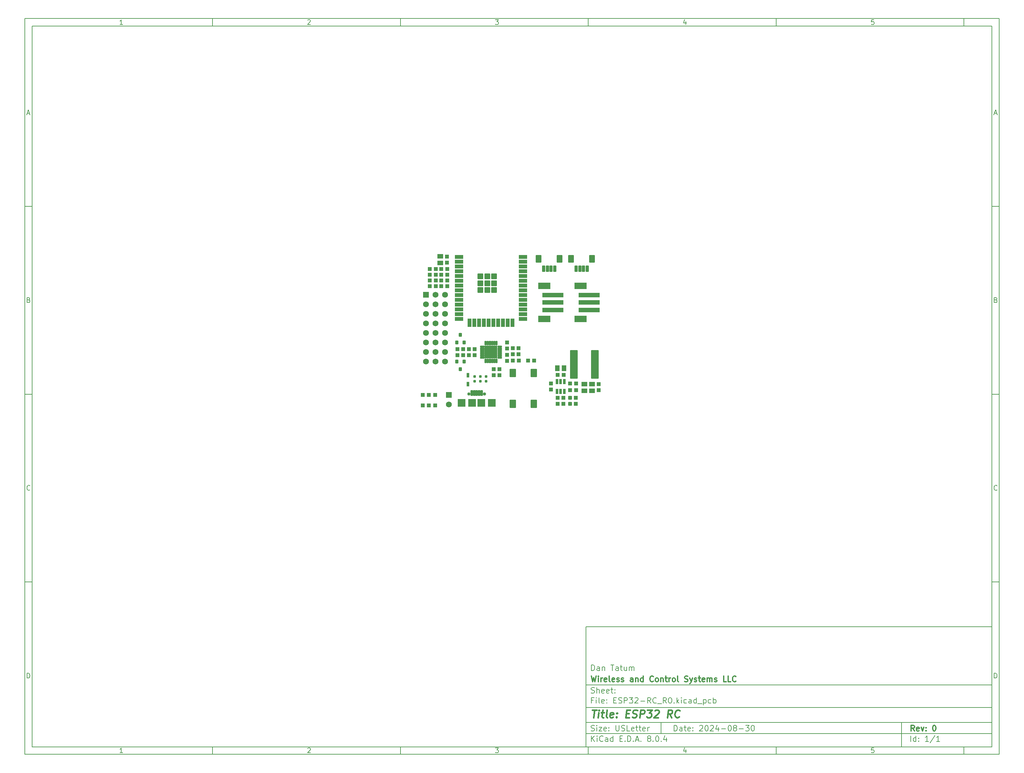
<source format=gts>
%TF.GenerationSoftware,KiCad,Pcbnew,8.0.4*%
%TF.CreationDate,2024-09-05T11:58:49-04:00*%
%TF.ProjectId,ESP32-RC_R0,45535033-322d-4524-935f-52302e6b6963,0*%
%TF.SameCoordinates,PX6dbb4f0PY6d3f490*%
%TF.FileFunction,Soldermask,Top*%
%TF.FilePolarity,Negative*%
%FSLAX46Y46*%
G04 Gerber Fmt 4.6, Leading zero omitted, Abs format (unit mm)*
G04 Created by KiCad (PCBNEW 8.0.4) date 2024-09-05 11:58:49*
%MOMM*%
%LPD*%
G01*
G04 APERTURE LIST*
G04 Aperture macros list*
%AMRoundRect*
0 Rectangle with rounded corners*
0 $1 Rounding radius*
0 $2 $3 $4 $5 $6 $7 $8 $9 X,Y pos of 4 corners*
0 Add a 4 corners polygon primitive as box body*
4,1,4,$2,$3,$4,$5,$6,$7,$8,$9,$2,$3,0*
0 Add four circle primitives for the rounded corners*
1,1,$1+$1,$2,$3*
1,1,$1+$1,$4,$5*
1,1,$1+$1,$6,$7*
1,1,$1+$1,$8,$9*
0 Add four rect primitives between the rounded corners*
20,1,$1+$1,$2,$3,$4,$5,0*
20,1,$1+$1,$4,$5,$6,$7,0*
20,1,$1+$1,$6,$7,$8,$9,0*
20,1,$1+$1,$8,$9,$2,$3,0*%
G04 Aperture macros list end*
%ADD10C,0.100000*%
%ADD11C,0.150000*%
%ADD12C,0.300000*%
%ADD13C,0.400000*%
%ADD14RoundRect,0.102000X0.400000X-0.400000X0.400000X0.400000X-0.400000X0.400000X-0.400000X-0.400000X0*%
%ADD15RoundRect,0.076200X0.469900X-0.406400X0.469900X0.406400X-0.469900X0.406400X-0.469900X-0.406400X0*%
%ADD16RoundRect,0.076200X0.406400X0.469900X-0.406400X0.469900X-0.406400X-0.469900X0.406400X-0.469900X0*%
%ADD17RoundRect,0.102000X0.200000X-0.240000X0.200000X0.240000X-0.200000X0.240000X-0.200000X-0.240000X0*%
%ADD18RoundRect,0.076200X-0.406400X-0.469900X0.406400X-0.469900X0.406400X0.469900X-0.406400X0.469900X0*%
%ADD19RoundRect,0.076200X-0.469900X0.406400X-0.469900X-0.406400X0.469900X-0.406400X0.469900X0.406400X0*%
%ADD20RoundRect,0.076200X0.698500X-0.508000X0.698500X0.508000X-0.698500X0.508000X-0.698500X-0.508000X0*%
%ADD21RoundRect,0.076200X-0.508000X-0.698500X0.508000X-0.698500X0.508000X0.698500X-0.508000X0.698500X0*%
%ADD22RoundRect,0.076200X-0.698500X0.508000X-0.698500X-0.508000X0.698500X-0.508000X0.698500X0.508000X0*%
%ADD23RoundRect,0.076200X-0.901700X-3.746500X0.901700X-3.746500X0.901700X3.746500X-0.901700X3.746500X0*%
%ADD24RoundRect,0.102000X0.135000X-0.495000X0.135000X0.495000X-0.135000X0.495000X-0.135000X-0.495000X0*%
%ADD25RoundRect,0.102000X0.495000X-0.135000X0.495000X0.135000X-0.495000X0.135000X-0.495000X-0.135000X0*%
%ADD26RoundRect,0.102000X1.625000X-1.625000X1.625000X1.625000X-1.625000X1.625000X-1.625000X-1.625000X0*%
%ADD27RoundRect,0.102000X-0.685000X0.685000X-0.685000X-0.685000X0.685000X-0.685000X0.685000X0.685000X0*%
%ADD28C,1.574000*%
%ADD29RoundRect,0.076200X-0.330200X-0.774700X0.330200X-0.774700X0.330200X0.774700X-0.330200X0.774700X0*%
%ADD30RoundRect,0.076200X-0.647700X-0.952500X0.647700X-0.952500X0.647700X0.952500X-0.647700X0.952500X0*%
%ADD31RoundRect,0.076200X1.000000X-0.450000X1.000000X0.450000X-1.000000X0.450000X-1.000000X-0.450000X0*%
%ADD32RoundRect,0.076200X-0.450000X-1.000000X0.450000X-1.000000X0.450000X1.000000X-0.450000X1.000000X0*%
%ADD33RoundRect,0.076200X0.665000X-0.665000X0.665000X0.665000X-0.665000X0.665000X-0.665000X-0.665000X0*%
%ADD34RoundRect,0.076200X0.750000X1.000000X-0.750000X1.000000X-0.750000X-1.000000X0.750000X-1.000000X0*%
%ADD35RoundRect,0.102000X-0.300000X0.400000X-0.300000X-0.400000X0.300000X-0.400000X0.300000X0.400000X0*%
%ADD36C,0.852400*%
%ADD37RoundRect,0.102000X-0.200000X-0.675000X0.200000X-0.675000X0.200000X0.675000X-0.200000X0.675000X0*%
%ADD38RoundRect,0.102000X-0.900000X-0.950000X0.900000X-0.950000X0.900000X0.950000X-0.900000X0.950000X0*%
%ADD39RoundRect,0.102000X-0.950000X-0.950000X0.950000X-0.950000X0.950000X0.950000X-0.950000X0.950000X0*%
%ADD40RoundRect,0.102000X0.300000X-0.400000X0.300000X0.400000X-0.300000X0.400000X-0.300000X-0.400000X0*%
%ADD41RoundRect,0.076200X-0.300000X-0.575000X0.300000X-0.575000X0.300000X0.575000X-0.300000X0.575000X0*%
%ADD42RoundRect,0.076200X2.750000X-0.500000X2.750000X0.500000X-2.750000X0.500000X-2.750000X-0.500000X0*%
%ADD43RoundRect,0.076200X1.500000X-0.800000X1.500000X0.800000X-1.500000X0.800000X-1.500000X-0.800000X0*%
%ADD44RoundRect,0.102000X-0.230000X0.520000X-0.230000X-0.520000X0.230000X-0.520000X0.230000X0.520000X0*%
G04 APERTURE END LIST*
D10*
D11*
X44338000Y-57346000D02*
X152338000Y-57346000D01*
X152338000Y-89346000D01*
X44338000Y-89346000D01*
X44338000Y-57346000D01*
D10*
D11*
X-105062000Y104554000D02*
X154338000Y104554000D01*
X154338000Y-91346000D01*
X-105062000Y-91346000D01*
X-105062000Y104554000D01*
D10*
D11*
X-103062000Y102554000D02*
X152338000Y102554000D01*
X152338000Y-89346000D01*
X-103062000Y-89346000D01*
X-103062000Y102554000D01*
D10*
D11*
X-55062000Y102554000D02*
X-55062000Y104554000D01*
D10*
D11*
X-5062000Y102554000D02*
X-5062000Y104554000D01*
D10*
D11*
X44938000Y102554000D02*
X44938000Y104554000D01*
D10*
D11*
X94938000Y102554000D02*
X94938000Y104554000D01*
D10*
D11*
X144938000Y102554000D02*
X144938000Y104554000D01*
D10*
D11*
X-78972840Y102960396D02*
X-79715697Y102960396D01*
X-79344269Y102960396D02*
X-79344269Y104260396D01*
X-79344269Y104260396D02*
X-79468078Y104074681D01*
X-79468078Y104074681D02*
X-79591888Y103950872D01*
X-79591888Y103950872D02*
X-79715697Y103888967D01*
D10*
D11*
X-29715697Y104136586D02*
X-29653793Y104198491D01*
X-29653793Y104198491D02*
X-29529983Y104260396D01*
X-29529983Y104260396D02*
X-29220459Y104260396D01*
X-29220459Y104260396D02*
X-29096650Y104198491D01*
X-29096650Y104198491D02*
X-29034745Y104136586D01*
X-29034745Y104136586D02*
X-28972840Y104012777D01*
X-28972840Y104012777D02*
X-28972840Y103888967D01*
X-28972840Y103888967D02*
X-29034745Y103703253D01*
X-29034745Y103703253D02*
X-29777602Y102960396D01*
X-29777602Y102960396D02*
X-28972840Y102960396D01*
D10*
D11*
X20222398Y104260396D02*
X21027160Y104260396D01*
X21027160Y104260396D02*
X20593826Y103765158D01*
X20593826Y103765158D02*
X20779541Y103765158D01*
X20779541Y103765158D02*
X20903350Y103703253D01*
X20903350Y103703253D02*
X20965255Y103641348D01*
X20965255Y103641348D02*
X21027160Y103517539D01*
X21027160Y103517539D02*
X21027160Y103208015D01*
X21027160Y103208015D02*
X20965255Y103084205D01*
X20965255Y103084205D02*
X20903350Y103022300D01*
X20903350Y103022300D02*
X20779541Y102960396D01*
X20779541Y102960396D02*
X20408112Y102960396D01*
X20408112Y102960396D02*
X20284303Y103022300D01*
X20284303Y103022300D02*
X20222398Y103084205D01*
D10*
D11*
X70903350Y103827062D02*
X70903350Y102960396D01*
X70593826Y104322300D02*
X70284303Y103393729D01*
X70284303Y103393729D02*
X71089064Y103393729D01*
D10*
D11*
X120965255Y104260396D02*
X120346207Y104260396D01*
X120346207Y104260396D02*
X120284303Y103641348D01*
X120284303Y103641348D02*
X120346207Y103703253D01*
X120346207Y103703253D02*
X120470017Y103765158D01*
X120470017Y103765158D02*
X120779541Y103765158D01*
X120779541Y103765158D02*
X120903350Y103703253D01*
X120903350Y103703253D02*
X120965255Y103641348D01*
X120965255Y103641348D02*
X121027160Y103517539D01*
X121027160Y103517539D02*
X121027160Y103208015D01*
X121027160Y103208015D02*
X120965255Y103084205D01*
X120965255Y103084205D02*
X120903350Y103022300D01*
X120903350Y103022300D02*
X120779541Y102960396D01*
X120779541Y102960396D02*
X120470017Y102960396D01*
X120470017Y102960396D02*
X120346207Y103022300D01*
X120346207Y103022300D02*
X120284303Y103084205D01*
D10*
D11*
X-55062000Y-89346000D02*
X-55062000Y-91346000D01*
D10*
D11*
X-5062000Y-89346000D02*
X-5062000Y-91346000D01*
D10*
D11*
X44938000Y-89346000D02*
X44938000Y-91346000D01*
D10*
D11*
X94938000Y-89346000D02*
X94938000Y-91346000D01*
D10*
D11*
X144938000Y-89346000D02*
X144938000Y-91346000D01*
D10*
D11*
X-78972840Y-90939604D02*
X-79715697Y-90939604D01*
X-79344269Y-90939604D02*
X-79344269Y-89639604D01*
X-79344269Y-89639604D02*
X-79468078Y-89825319D01*
X-79468078Y-89825319D02*
X-79591888Y-89949128D01*
X-79591888Y-89949128D02*
X-79715697Y-90011033D01*
D10*
D11*
X-29715697Y-89763414D02*
X-29653793Y-89701509D01*
X-29653793Y-89701509D02*
X-29529983Y-89639604D01*
X-29529983Y-89639604D02*
X-29220459Y-89639604D01*
X-29220459Y-89639604D02*
X-29096650Y-89701509D01*
X-29096650Y-89701509D02*
X-29034745Y-89763414D01*
X-29034745Y-89763414D02*
X-28972840Y-89887223D01*
X-28972840Y-89887223D02*
X-28972840Y-90011033D01*
X-28972840Y-90011033D02*
X-29034745Y-90196747D01*
X-29034745Y-90196747D02*
X-29777602Y-90939604D01*
X-29777602Y-90939604D02*
X-28972840Y-90939604D01*
D10*
D11*
X20222398Y-89639604D02*
X21027160Y-89639604D01*
X21027160Y-89639604D02*
X20593826Y-90134842D01*
X20593826Y-90134842D02*
X20779541Y-90134842D01*
X20779541Y-90134842D02*
X20903350Y-90196747D01*
X20903350Y-90196747D02*
X20965255Y-90258652D01*
X20965255Y-90258652D02*
X21027160Y-90382461D01*
X21027160Y-90382461D02*
X21027160Y-90691985D01*
X21027160Y-90691985D02*
X20965255Y-90815795D01*
X20965255Y-90815795D02*
X20903350Y-90877700D01*
X20903350Y-90877700D02*
X20779541Y-90939604D01*
X20779541Y-90939604D02*
X20408112Y-90939604D01*
X20408112Y-90939604D02*
X20284303Y-90877700D01*
X20284303Y-90877700D02*
X20222398Y-90815795D01*
D10*
D11*
X70903350Y-90072938D02*
X70903350Y-90939604D01*
X70593826Y-89577700D02*
X70284303Y-90506271D01*
X70284303Y-90506271D02*
X71089064Y-90506271D01*
D10*
D11*
X120965255Y-89639604D02*
X120346207Y-89639604D01*
X120346207Y-89639604D02*
X120284303Y-90258652D01*
X120284303Y-90258652D02*
X120346207Y-90196747D01*
X120346207Y-90196747D02*
X120470017Y-90134842D01*
X120470017Y-90134842D02*
X120779541Y-90134842D01*
X120779541Y-90134842D02*
X120903350Y-90196747D01*
X120903350Y-90196747D02*
X120965255Y-90258652D01*
X120965255Y-90258652D02*
X121027160Y-90382461D01*
X121027160Y-90382461D02*
X121027160Y-90691985D01*
X121027160Y-90691985D02*
X120965255Y-90815795D01*
X120965255Y-90815795D02*
X120903350Y-90877700D01*
X120903350Y-90877700D02*
X120779541Y-90939604D01*
X120779541Y-90939604D02*
X120470017Y-90939604D01*
X120470017Y-90939604D02*
X120346207Y-90877700D01*
X120346207Y-90877700D02*
X120284303Y-90815795D01*
D10*
D11*
X-105062000Y54554000D02*
X-103062000Y54554000D01*
D10*
D11*
X-105062000Y4554000D02*
X-103062000Y4554000D01*
D10*
D11*
X-105062000Y-45446000D02*
X-103062000Y-45446000D01*
D10*
D11*
X-104371524Y79331824D02*
X-103752477Y79331824D01*
X-104495334Y78960396D02*
X-104062001Y80260396D01*
X-104062001Y80260396D02*
X-103628667Y78960396D01*
D10*
D11*
X-103969143Y29641348D02*
X-103783429Y29579443D01*
X-103783429Y29579443D02*
X-103721524Y29517539D01*
X-103721524Y29517539D02*
X-103659620Y29393729D01*
X-103659620Y29393729D02*
X-103659620Y29208015D01*
X-103659620Y29208015D02*
X-103721524Y29084205D01*
X-103721524Y29084205D02*
X-103783429Y29022300D01*
X-103783429Y29022300D02*
X-103907239Y28960396D01*
X-103907239Y28960396D02*
X-104402477Y28960396D01*
X-104402477Y28960396D02*
X-104402477Y30260396D01*
X-104402477Y30260396D02*
X-103969143Y30260396D01*
X-103969143Y30260396D02*
X-103845334Y30198491D01*
X-103845334Y30198491D02*
X-103783429Y30136586D01*
X-103783429Y30136586D02*
X-103721524Y30012777D01*
X-103721524Y30012777D02*
X-103721524Y29888967D01*
X-103721524Y29888967D02*
X-103783429Y29765158D01*
X-103783429Y29765158D02*
X-103845334Y29703253D01*
X-103845334Y29703253D02*
X-103969143Y29641348D01*
X-103969143Y29641348D02*
X-104402477Y29641348D01*
D10*
D11*
X-103659620Y-20915795D02*
X-103721524Y-20977700D01*
X-103721524Y-20977700D02*
X-103907239Y-21039604D01*
X-103907239Y-21039604D02*
X-104031048Y-21039604D01*
X-104031048Y-21039604D02*
X-104216762Y-20977700D01*
X-104216762Y-20977700D02*
X-104340572Y-20853890D01*
X-104340572Y-20853890D02*
X-104402477Y-20730080D01*
X-104402477Y-20730080D02*
X-104464381Y-20482461D01*
X-104464381Y-20482461D02*
X-104464381Y-20296747D01*
X-104464381Y-20296747D02*
X-104402477Y-20049128D01*
X-104402477Y-20049128D02*
X-104340572Y-19925319D01*
X-104340572Y-19925319D02*
X-104216762Y-19801509D01*
X-104216762Y-19801509D02*
X-104031048Y-19739604D01*
X-104031048Y-19739604D02*
X-103907239Y-19739604D01*
X-103907239Y-19739604D02*
X-103721524Y-19801509D01*
X-103721524Y-19801509D02*
X-103659620Y-19863414D01*
D10*
D11*
X-104402477Y-71039604D02*
X-104402477Y-69739604D01*
X-104402477Y-69739604D02*
X-104092953Y-69739604D01*
X-104092953Y-69739604D02*
X-103907239Y-69801509D01*
X-103907239Y-69801509D02*
X-103783429Y-69925319D01*
X-103783429Y-69925319D02*
X-103721524Y-70049128D01*
X-103721524Y-70049128D02*
X-103659620Y-70296747D01*
X-103659620Y-70296747D02*
X-103659620Y-70482461D01*
X-103659620Y-70482461D02*
X-103721524Y-70730080D01*
X-103721524Y-70730080D02*
X-103783429Y-70853890D01*
X-103783429Y-70853890D02*
X-103907239Y-70977700D01*
X-103907239Y-70977700D02*
X-104092953Y-71039604D01*
X-104092953Y-71039604D02*
X-104402477Y-71039604D01*
D10*
D11*
X154338000Y54554000D02*
X152338000Y54554000D01*
D10*
D11*
X154338000Y4554000D02*
X152338000Y4554000D01*
D10*
D11*
X154338000Y-45446000D02*
X152338000Y-45446000D01*
D10*
D11*
X153028476Y79331824D02*
X153647523Y79331824D01*
X152904666Y78960396D02*
X153337999Y80260396D01*
X153337999Y80260396D02*
X153771333Y78960396D01*
D10*
D11*
X153430857Y29641348D02*
X153616571Y29579443D01*
X153616571Y29579443D02*
X153678476Y29517539D01*
X153678476Y29517539D02*
X153740380Y29393729D01*
X153740380Y29393729D02*
X153740380Y29208015D01*
X153740380Y29208015D02*
X153678476Y29084205D01*
X153678476Y29084205D02*
X153616571Y29022300D01*
X153616571Y29022300D02*
X153492761Y28960396D01*
X153492761Y28960396D02*
X152997523Y28960396D01*
X152997523Y28960396D02*
X152997523Y30260396D01*
X152997523Y30260396D02*
X153430857Y30260396D01*
X153430857Y30260396D02*
X153554666Y30198491D01*
X153554666Y30198491D02*
X153616571Y30136586D01*
X153616571Y30136586D02*
X153678476Y30012777D01*
X153678476Y30012777D02*
X153678476Y29888967D01*
X153678476Y29888967D02*
X153616571Y29765158D01*
X153616571Y29765158D02*
X153554666Y29703253D01*
X153554666Y29703253D02*
X153430857Y29641348D01*
X153430857Y29641348D02*
X152997523Y29641348D01*
D10*
D11*
X153740380Y-20915795D02*
X153678476Y-20977700D01*
X153678476Y-20977700D02*
X153492761Y-21039604D01*
X153492761Y-21039604D02*
X153368952Y-21039604D01*
X153368952Y-21039604D02*
X153183238Y-20977700D01*
X153183238Y-20977700D02*
X153059428Y-20853890D01*
X153059428Y-20853890D02*
X152997523Y-20730080D01*
X152997523Y-20730080D02*
X152935619Y-20482461D01*
X152935619Y-20482461D02*
X152935619Y-20296747D01*
X152935619Y-20296747D02*
X152997523Y-20049128D01*
X152997523Y-20049128D02*
X153059428Y-19925319D01*
X153059428Y-19925319D02*
X153183238Y-19801509D01*
X153183238Y-19801509D02*
X153368952Y-19739604D01*
X153368952Y-19739604D02*
X153492761Y-19739604D01*
X153492761Y-19739604D02*
X153678476Y-19801509D01*
X153678476Y-19801509D02*
X153740380Y-19863414D01*
D10*
D11*
X152997523Y-71039604D02*
X152997523Y-69739604D01*
X152997523Y-69739604D02*
X153307047Y-69739604D01*
X153307047Y-69739604D02*
X153492761Y-69801509D01*
X153492761Y-69801509D02*
X153616571Y-69925319D01*
X153616571Y-69925319D02*
X153678476Y-70049128D01*
X153678476Y-70049128D02*
X153740380Y-70296747D01*
X153740380Y-70296747D02*
X153740380Y-70482461D01*
X153740380Y-70482461D02*
X153678476Y-70730080D01*
X153678476Y-70730080D02*
X153616571Y-70853890D01*
X153616571Y-70853890D02*
X153492761Y-70977700D01*
X153492761Y-70977700D02*
X153307047Y-71039604D01*
X153307047Y-71039604D02*
X152997523Y-71039604D01*
D10*
D11*
X67793826Y-85132128D02*
X67793826Y-83632128D01*
X67793826Y-83632128D02*
X68150969Y-83632128D01*
X68150969Y-83632128D02*
X68365255Y-83703557D01*
X68365255Y-83703557D02*
X68508112Y-83846414D01*
X68508112Y-83846414D02*
X68579541Y-83989271D01*
X68579541Y-83989271D02*
X68650969Y-84274985D01*
X68650969Y-84274985D02*
X68650969Y-84489271D01*
X68650969Y-84489271D02*
X68579541Y-84774985D01*
X68579541Y-84774985D02*
X68508112Y-84917842D01*
X68508112Y-84917842D02*
X68365255Y-85060700D01*
X68365255Y-85060700D02*
X68150969Y-85132128D01*
X68150969Y-85132128D02*
X67793826Y-85132128D01*
X69936684Y-85132128D02*
X69936684Y-84346414D01*
X69936684Y-84346414D02*
X69865255Y-84203557D01*
X69865255Y-84203557D02*
X69722398Y-84132128D01*
X69722398Y-84132128D02*
X69436684Y-84132128D01*
X69436684Y-84132128D02*
X69293826Y-84203557D01*
X69936684Y-85060700D02*
X69793826Y-85132128D01*
X69793826Y-85132128D02*
X69436684Y-85132128D01*
X69436684Y-85132128D02*
X69293826Y-85060700D01*
X69293826Y-85060700D02*
X69222398Y-84917842D01*
X69222398Y-84917842D02*
X69222398Y-84774985D01*
X69222398Y-84774985D02*
X69293826Y-84632128D01*
X69293826Y-84632128D02*
X69436684Y-84560700D01*
X69436684Y-84560700D02*
X69793826Y-84560700D01*
X69793826Y-84560700D02*
X69936684Y-84489271D01*
X70436684Y-84132128D02*
X71008112Y-84132128D01*
X70650969Y-83632128D02*
X70650969Y-84917842D01*
X70650969Y-84917842D02*
X70722398Y-85060700D01*
X70722398Y-85060700D02*
X70865255Y-85132128D01*
X70865255Y-85132128D02*
X71008112Y-85132128D01*
X72079541Y-85060700D02*
X71936684Y-85132128D01*
X71936684Y-85132128D02*
X71650970Y-85132128D01*
X71650970Y-85132128D02*
X71508112Y-85060700D01*
X71508112Y-85060700D02*
X71436684Y-84917842D01*
X71436684Y-84917842D02*
X71436684Y-84346414D01*
X71436684Y-84346414D02*
X71508112Y-84203557D01*
X71508112Y-84203557D02*
X71650970Y-84132128D01*
X71650970Y-84132128D02*
X71936684Y-84132128D01*
X71936684Y-84132128D02*
X72079541Y-84203557D01*
X72079541Y-84203557D02*
X72150970Y-84346414D01*
X72150970Y-84346414D02*
X72150970Y-84489271D01*
X72150970Y-84489271D02*
X71436684Y-84632128D01*
X72793826Y-84989271D02*
X72865255Y-85060700D01*
X72865255Y-85060700D02*
X72793826Y-85132128D01*
X72793826Y-85132128D02*
X72722398Y-85060700D01*
X72722398Y-85060700D02*
X72793826Y-84989271D01*
X72793826Y-84989271D02*
X72793826Y-85132128D01*
X72793826Y-84203557D02*
X72865255Y-84274985D01*
X72865255Y-84274985D02*
X72793826Y-84346414D01*
X72793826Y-84346414D02*
X72722398Y-84274985D01*
X72722398Y-84274985D02*
X72793826Y-84203557D01*
X72793826Y-84203557D02*
X72793826Y-84346414D01*
X74579541Y-83774985D02*
X74650969Y-83703557D01*
X74650969Y-83703557D02*
X74793827Y-83632128D01*
X74793827Y-83632128D02*
X75150969Y-83632128D01*
X75150969Y-83632128D02*
X75293827Y-83703557D01*
X75293827Y-83703557D02*
X75365255Y-83774985D01*
X75365255Y-83774985D02*
X75436684Y-83917842D01*
X75436684Y-83917842D02*
X75436684Y-84060700D01*
X75436684Y-84060700D02*
X75365255Y-84274985D01*
X75365255Y-84274985D02*
X74508112Y-85132128D01*
X74508112Y-85132128D02*
X75436684Y-85132128D01*
X76365255Y-83632128D02*
X76508112Y-83632128D01*
X76508112Y-83632128D02*
X76650969Y-83703557D01*
X76650969Y-83703557D02*
X76722398Y-83774985D01*
X76722398Y-83774985D02*
X76793826Y-83917842D01*
X76793826Y-83917842D02*
X76865255Y-84203557D01*
X76865255Y-84203557D02*
X76865255Y-84560700D01*
X76865255Y-84560700D02*
X76793826Y-84846414D01*
X76793826Y-84846414D02*
X76722398Y-84989271D01*
X76722398Y-84989271D02*
X76650969Y-85060700D01*
X76650969Y-85060700D02*
X76508112Y-85132128D01*
X76508112Y-85132128D02*
X76365255Y-85132128D01*
X76365255Y-85132128D02*
X76222398Y-85060700D01*
X76222398Y-85060700D02*
X76150969Y-84989271D01*
X76150969Y-84989271D02*
X76079540Y-84846414D01*
X76079540Y-84846414D02*
X76008112Y-84560700D01*
X76008112Y-84560700D02*
X76008112Y-84203557D01*
X76008112Y-84203557D02*
X76079540Y-83917842D01*
X76079540Y-83917842D02*
X76150969Y-83774985D01*
X76150969Y-83774985D02*
X76222398Y-83703557D01*
X76222398Y-83703557D02*
X76365255Y-83632128D01*
X77436683Y-83774985D02*
X77508111Y-83703557D01*
X77508111Y-83703557D02*
X77650969Y-83632128D01*
X77650969Y-83632128D02*
X78008111Y-83632128D01*
X78008111Y-83632128D02*
X78150969Y-83703557D01*
X78150969Y-83703557D02*
X78222397Y-83774985D01*
X78222397Y-83774985D02*
X78293826Y-83917842D01*
X78293826Y-83917842D02*
X78293826Y-84060700D01*
X78293826Y-84060700D02*
X78222397Y-84274985D01*
X78222397Y-84274985D02*
X77365254Y-85132128D01*
X77365254Y-85132128D02*
X78293826Y-85132128D01*
X79579540Y-84132128D02*
X79579540Y-85132128D01*
X79222397Y-83560700D02*
X78865254Y-84632128D01*
X78865254Y-84632128D02*
X79793825Y-84632128D01*
X80365253Y-84560700D02*
X81508111Y-84560700D01*
X82508111Y-83632128D02*
X82650968Y-83632128D01*
X82650968Y-83632128D02*
X82793825Y-83703557D01*
X82793825Y-83703557D02*
X82865254Y-83774985D01*
X82865254Y-83774985D02*
X82936682Y-83917842D01*
X82936682Y-83917842D02*
X83008111Y-84203557D01*
X83008111Y-84203557D02*
X83008111Y-84560700D01*
X83008111Y-84560700D02*
X82936682Y-84846414D01*
X82936682Y-84846414D02*
X82865254Y-84989271D01*
X82865254Y-84989271D02*
X82793825Y-85060700D01*
X82793825Y-85060700D02*
X82650968Y-85132128D01*
X82650968Y-85132128D02*
X82508111Y-85132128D01*
X82508111Y-85132128D02*
X82365254Y-85060700D01*
X82365254Y-85060700D02*
X82293825Y-84989271D01*
X82293825Y-84989271D02*
X82222396Y-84846414D01*
X82222396Y-84846414D02*
X82150968Y-84560700D01*
X82150968Y-84560700D02*
X82150968Y-84203557D01*
X82150968Y-84203557D02*
X82222396Y-83917842D01*
X82222396Y-83917842D02*
X82293825Y-83774985D01*
X82293825Y-83774985D02*
X82365254Y-83703557D01*
X82365254Y-83703557D02*
X82508111Y-83632128D01*
X83865253Y-84274985D02*
X83722396Y-84203557D01*
X83722396Y-84203557D02*
X83650967Y-84132128D01*
X83650967Y-84132128D02*
X83579539Y-83989271D01*
X83579539Y-83989271D02*
X83579539Y-83917842D01*
X83579539Y-83917842D02*
X83650967Y-83774985D01*
X83650967Y-83774985D02*
X83722396Y-83703557D01*
X83722396Y-83703557D02*
X83865253Y-83632128D01*
X83865253Y-83632128D02*
X84150967Y-83632128D01*
X84150967Y-83632128D02*
X84293825Y-83703557D01*
X84293825Y-83703557D02*
X84365253Y-83774985D01*
X84365253Y-83774985D02*
X84436682Y-83917842D01*
X84436682Y-83917842D02*
X84436682Y-83989271D01*
X84436682Y-83989271D02*
X84365253Y-84132128D01*
X84365253Y-84132128D02*
X84293825Y-84203557D01*
X84293825Y-84203557D02*
X84150967Y-84274985D01*
X84150967Y-84274985D02*
X83865253Y-84274985D01*
X83865253Y-84274985D02*
X83722396Y-84346414D01*
X83722396Y-84346414D02*
X83650967Y-84417842D01*
X83650967Y-84417842D02*
X83579539Y-84560700D01*
X83579539Y-84560700D02*
X83579539Y-84846414D01*
X83579539Y-84846414D02*
X83650967Y-84989271D01*
X83650967Y-84989271D02*
X83722396Y-85060700D01*
X83722396Y-85060700D02*
X83865253Y-85132128D01*
X83865253Y-85132128D02*
X84150967Y-85132128D01*
X84150967Y-85132128D02*
X84293825Y-85060700D01*
X84293825Y-85060700D02*
X84365253Y-84989271D01*
X84365253Y-84989271D02*
X84436682Y-84846414D01*
X84436682Y-84846414D02*
X84436682Y-84560700D01*
X84436682Y-84560700D02*
X84365253Y-84417842D01*
X84365253Y-84417842D02*
X84293825Y-84346414D01*
X84293825Y-84346414D02*
X84150967Y-84274985D01*
X85079538Y-84560700D02*
X86222396Y-84560700D01*
X86793824Y-83632128D02*
X87722396Y-83632128D01*
X87722396Y-83632128D02*
X87222396Y-84203557D01*
X87222396Y-84203557D02*
X87436681Y-84203557D01*
X87436681Y-84203557D02*
X87579539Y-84274985D01*
X87579539Y-84274985D02*
X87650967Y-84346414D01*
X87650967Y-84346414D02*
X87722396Y-84489271D01*
X87722396Y-84489271D02*
X87722396Y-84846414D01*
X87722396Y-84846414D02*
X87650967Y-84989271D01*
X87650967Y-84989271D02*
X87579539Y-85060700D01*
X87579539Y-85060700D02*
X87436681Y-85132128D01*
X87436681Y-85132128D02*
X87008110Y-85132128D01*
X87008110Y-85132128D02*
X86865253Y-85060700D01*
X86865253Y-85060700D02*
X86793824Y-84989271D01*
X88650967Y-83632128D02*
X88793824Y-83632128D01*
X88793824Y-83632128D02*
X88936681Y-83703557D01*
X88936681Y-83703557D02*
X89008110Y-83774985D01*
X89008110Y-83774985D02*
X89079538Y-83917842D01*
X89079538Y-83917842D02*
X89150967Y-84203557D01*
X89150967Y-84203557D02*
X89150967Y-84560700D01*
X89150967Y-84560700D02*
X89079538Y-84846414D01*
X89079538Y-84846414D02*
X89008110Y-84989271D01*
X89008110Y-84989271D02*
X88936681Y-85060700D01*
X88936681Y-85060700D02*
X88793824Y-85132128D01*
X88793824Y-85132128D02*
X88650967Y-85132128D01*
X88650967Y-85132128D02*
X88508110Y-85060700D01*
X88508110Y-85060700D02*
X88436681Y-84989271D01*
X88436681Y-84989271D02*
X88365252Y-84846414D01*
X88365252Y-84846414D02*
X88293824Y-84560700D01*
X88293824Y-84560700D02*
X88293824Y-84203557D01*
X88293824Y-84203557D02*
X88365252Y-83917842D01*
X88365252Y-83917842D02*
X88436681Y-83774985D01*
X88436681Y-83774985D02*
X88508110Y-83703557D01*
X88508110Y-83703557D02*
X88650967Y-83632128D01*
D10*
D11*
X44338000Y-85846000D02*
X152338000Y-85846000D01*
D10*
D11*
X45793826Y-87932128D02*
X45793826Y-86432128D01*
X46650969Y-87932128D02*
X46008112Y-87074985D01*
X46650969Y-86432128D02*
X45793826Y-87289271D01*
X47293826Y-87932128D02*
X47293826Y-86932128D01*
X47293826Y-86432128D02*
X47222398Y-86503557D01*
X47222398Y-86503557D02*
X47293826Y-86574985D01*
X47293826Y-86574985D02*
X47365255Y-86503557D01*
X47365255Y-86503557D02*
X47293826Y-86432128D01*
X47293826Y-86432128D02*
X47293826Y-86574985D01*
X48865255Y-87789271D02*
X48793827Y-87860700D01*
X48793827Y-87860700D02*
X48579541Y-87932128D01*
X48579541Y-87932128D02*
X48436684Y-87932128D01*
X48436684Y-87932128D02*
X48222398Y-87860700D01*
X48222398Y-87860700D02*
X48079541Y-87717842D01*
X48079541Y-87717842D02*
X48008112Y-87574985D01*
X48008112Y-87574985D02*
X47936684Y-87289271D01*
X47936684Y-87289271D02*
X47936684Y-87074985D01*
X47936684Y-87074985D02*
X48008112Y-86789271D01*
X48008112Y-86789271D02*
X48079541Y-86646414D01*
X48079541Y-86646414D02*
X48222398Y-86503557D01*
X48222398Y-86503557D02*
X48436684Y-86432128D01*
X48436684Y-86432128D02*
X48579541Y-86432128D01*
X48579541Y-86432128D02*
X48793827Y-86503557D01*
X48793827Y-86503557D02*
X48865255Y-86574985D01*
X50150970Y-87932128D02*
X50150970Y-87146414D01*
X50150970Y-87146414D02*
X50079541Y-87003557D01*
X50079541Y-87003557D02*
X49936684Y-86932128D01*
X49936684Y-86932128D02*
X49650970Y-86932128D01*
X49650970Y-86932128D02*
X49508112Y-87003557D01*
X50150970Y-87860700D02*
X50008112Y-87932128D01*
X50008112Y-87932128D02*
X49650970Y-87932128D01*
X49650970Y-87932128D02*
X49508112Y-87860700D01*
X49508112Y-87860700D02*
X49436684Y-87717842D01*
X49436684Y-87717842D02*
X49436684Y-87574985D01*
X49436684Y-87574985D02*
X49508112Y-87432128D01*
X49508112Y-87432128D02*
X49650970Y-87360700D01*
X49650970Y-87360700D02*
X50008112Y-87360700D01*
X50008112Y-87360700D02*
X50150970Y-87289271D01*
X51508113Y-87932128D02*
X51508113Y-86432128D01*
X51508113Y-87860700D02*
X51365255Y-87932128D01*
X51365255Y-87932128D02*
X51079541Y-87932128D01*
X51079541Y-87932128D02*
X50936684Y-87860700D01*
X50936684Y-87860700D02*
X50865255Y-87789271D01*
X50865255Y-87789271D02*
X50793827Y-87646414D01*
X50793827Y-87646414D02*
X50793827Y-87217842D01*
X50793827Y-87217842D02*
X50865255Y-87074985D01*
X50865255Y-87074985D02*
X50936684Y-87003557D01*
X50936684Y-87003557D02*
X51079541Y-86932128D01*
X51079541Y-86932128D02*
X51365255Y-86932128D01*
X51365255Y-86932128D02*
X51508113Y-87003557D01*
X53365255Y-87146414D02*
X53865255Y-87146414D01*
X54079541Y-87932128D02*
X53365255Y-87932128D01*
X53365255Y-87932128D02*
X53365255Y-86432128D01*
X53365255Y-86432128D02*
X54079541Y-86432128D01*
X54722398Y-87789271D02*
X54793827Y-87860700D01*
X54793827Y-87860700D02*
X54722398Y-87932128D01*
X54722398Y-87932128D02*
X54650970Y-87860700D01*
X54650970Y-87860700D02*
X54722398Y-87789271D01*
X54722398Y-87789271D02*
X54722398Y-87932128D01*
X55436684Y-87932128D02*
X55436684Y-86432128D01*
X55436684Y-86432128D02*
X55793827Y-86432128D01*
X55793827Y-86432128D02*
X56008113Y-86503557D01*
X56008113Y-86503557D02*
X56150970Y-86646414D01*
X56150970Y-86646414D02*
X56222399Y-86789271D01*
X56222399Y-86789271D02*
X56293827Y-87074985D01*
X56293827Y-87074985D02*
X56293827Y-87289271D01*
X56293827Y-87289271D02*
X56222399Y-87574985D01*
X56222399Y-87574985D02*
X56150970Y-87717842D01*
X56150970Y-87717842D02*
X56008113Y-87860700D01*
X56008113Y-87860700D02*
X55793827Y-87932128D01*
X55793827Y-87932128D02*
X55436684Y-87932128D01*
X56936684Y-87789271D02*
X57008113Y-87860700D01*
X57008113Y-87860700D02*
X56936684Y-87932128D01*
X56936684Y-87932128D02*
X56865256Y-87860700D01*
X56865256Y-87860700D02*
X56936684Y-87789271D01*
X56936684Y-87789271D02*
X56936684Y-87932128D01*
X57579542Y-87503557D02*
X58293828Y-87503557D01*
X57436685Y-87932128D02*
X57936685Y-86432128D01*
X57936685Y-86432128D02*
X58436685Y-87932128D01*
X58936684Y-87789271D02*
X59008113Y-87860700D01*
X59008113Y-87860700D02*
X58936684Y-87932128D01*
X58936684Y-87932128D02*
X58865256Y-87860700D01*
X58865256Y-87860700D02*
X58936684Y-87789271D01*
X58936684Y-87789271D02*
X58936684Y-87932128D01*
X61008113Y-87074985D02*
X60865256Y-87003557D01*
X60865256Y-87003557D02*
X60793827Y-86932128D01*
X60793827Y-86932128D02*
X60722399Y-86789271D01*
X60722399Y-86789271D02*
X60722399Y-86717842D01*
X60722399Y-86717842D02*
X60793827Y-86574985D01*
X60793827Y-86574985D02*
X60865256Y-86503557D01*
X60865256Y-86503557D02*
X61008113Y-86432128D01*
X61008113Y-86432128D02*
X61293827Y-86432128D01*
X61293827Y-86432128D02*
X61436685Y-86503557D01*
X61436685Y-86503557D02*
X61508113Y-86574985D01*
X61508113Y-86574985D02*
X61579542Y-86717842D01*
X61579542Y-86717842D02*
X61579542Y-86789271D01*
X61579542Y-86789271D02*
X61508113Y-86932128D01*
X61508113Y-86932128D02*
X61436685Y-87003557D01*
X61436685Y-87003557D02*
X61293827Y-87074985D01*
X61293827Y-87074985D02*
X61008113Y-87074985D01*
X61008113Y-87074985D02*
X60865256Y-87146414D01*
X60865256Y-87146414D02*
X60793827Y-87217842D01*
X60793827Y-87217842D02*
X60722399Y-87360700D01*
X60722399Y-87360700D02*
X60722399Y-87646414D01*
X60722399Y-87646414D02*
X60793827Y-87789271D01*
X60793827Y-87789271D02*
X60865256Y-87860700D01*
X60865256Y-87860700D02*
X61008113Y-87932128D01*
X61008113Y-87932128D02*
X61293827Y-87932128D01*
X61293827Y-87932128D02*
X61436685Y-87860700D01*
X61436685Y-87860700D02*
X61508113Y-87789271D01*
X61508113Y-87789271D02*
X61579542Y-87646414D01*
X61579542Y-87646414D02*
X61579542Y-87360700D01*
X61579542Y-87360700D02*
X61508113Y-87217842D01*
X61508113Y-87217842D02*
X61436685Y-87146414D01*
X61436685Y-87146414D02*
X61293827Y-87074985D01*
X62222398Y-87789271D02*
X62293827Y-87860700D01*
X62293827Y-87860700D02*
X62222398Y-87932128D01*
X62222398Y-87932128D02*
X62150970Y-87860700D01*
X62150970Y-87860700D02*
X62222398Y-87789271D01*
X62222398Y-87789271D02*
X62222398Y-87932128D01*
X63222399Y-86432128D02*
X63365256Y-86432128D01*
X63365256Y-86432128D02*
X63508113Y-86503557D01*
X63508113Y-86503557D02*
X63579542Y-86574985D01*
X63579542Y-86574985D02*
X63650970Y-86717842D01*
X63650970Y-86717842D02*
X63722399Y-87003557D01*
X63722399Y-87003557D02*
X63722399Y-87360700D01*
X63722399Y-87360700D02*
X63650970Y-87646414D01*
X63650970Y-87646414D02*
X63579542Y-87789271D01*
X63579542Y-87789271D02*
X63508113Y-87860700D01*
X63508113Y-87860700D02*
X63365256Y-87932128D01*
X63365256Y-87932128D02*
X63222399Y-87932128D01*
X63222399Y-87932128D02*
X63079542Y-87860700D01*
X63079542Y-87860700D02*
X63008113Y-87789271D01*
X63008113Y-87789271D02*
X62936684Y-87646414D01*
X62936684Y-87646414D02*
X62865256Y-87360700D01*
X62865256Y-87360700D02*
X62865256Y-87003557D01*
X62865256Y-87003557D02*
X62936684Y-86717842D01*
X62936684Y-86717842D02*
X63008113Y-86574985D01*
X63008113Y-86574985D02*
X63079542Y-86503557D01*
X63079542Y-86503557D02*
X63222399Y-86432128D01*
X64365255Y-87789271D02*
X64436684Y-87860700D01*
X64436684Y-87860700D02*
X64365255Y-87932128D01*
X64365255Y-87932128D02*
X64293827Y-87860700D01*
X64293827Y-87860700D02*
X64365255Y-87789271D01*
X64365255Y-87789271D02*
X64365255Y-87932128D01*
X65722399Y-86932128D02*
X65722399Y-87932128D01*
X65365256Y-86360700D02*
X65008113Y-87432128D01*
X65008113Y-87432128D02*
X65936684Y-87432128D01*
D10*
D11*
X44338000Y-82846000D02*
X152338000Y-82846000D01*
D10*
D12*
X131749653Y-85124328D02*
X131249653Y-84410042D01*
X130892510Y-85124328D02*
X130892510Y-83624328D01*
X130892510Y-83624328D02*
X131463939Y-83624328D01*
X131463939Y-83624328D02*
X131606796Y-83695757D01*
X131606796Y-83695757D02*
X131678225Y-83767185D01*
X131678225Y-83767185D02*
X131749653Y-83910042D01*
X131749653Y-83910042D02*
X131749653Y-84124328D01*
X131749653Y-84124328D02*
X131678225Y-84267185D01*
X131678225Y-84267185D02*
X131606796Y-84338614D01*
X131606796Y-84338614D02*
X131463939Y-84410042D01*
X131463939Y-84410042D02*
X130892510Y-84410042D01*
X132963939Y-85052900D02*
X132821082Y-85124328D01*
X132821082Y-85124328D02*
X132535368Y-85124328D01*
X132535368Y-85124328D02*
X132392510Y-85052900D01*
X132392510Y-85052900D02*
X132321082Y-84910042D01*
X132321082Y-84910042D02*
X132321082Y-84338614D01*
X132321082Y-84338614D02*
X132392510Y-84195757D01*
X132392510Y-84195757D02*
X132535368Y-84124328D01*
X132535368Y-84124328D02*
X132821082Y-84124328D01*
X132821082Y-84124328D02*
X132963939Y-84195757D01*
X132963939Y-84195757D02*
X133035368Y-84338614D01*
X133035368Y-84338614D02*
X133035368Y-84481471D01*
X133035368Y-84481471D02*
X132321082Y-84624328D01*
X133535367Y-84124328D02*
X133892510Y-85124328D01*
X133892510Y-85124328D02*
X134249653Y-84124328D01*
X134821081Y-84981471D02*
X134892510Y-85052900D01*
X134892510Y-85052900D02*
X134821081Y-85124328D01*
X134821081Y-85124328D02*
X134749653Y-85052900D01*
X134749653Y-85052900D02*
X134821081Y-84981471D01*
X134821081Y-84981471D02*
X134821081Y-85124328D01*
X134821081Y-84195757D02*
X134892510Y-84267185D01*
X134892510Y-84267185D02*
X134821081Y-84338614D01*
X134821081Y-84338614D02*
X134749653Y-84267185D01*
X134749653Y-84267185D02*
X134821081Y-84195757D01*
X134821081Y-84195757D02*
X134821081Y-84338614D01*
X136963939Y-83624328D02*
X137106796Y-83624328D01*
X137106796Y-83624328D02*
X137249653Y-83695757D01*
X137249653Y-83695757D02*
X137321082Y-83767185D01*
X137321082Y-83767185D02*
X137392510Y-83910042D01*
X137392510Y-83910042D02*
X137463939Y-84195757D01*
X137463939Y-84195757D02*
X137463939Y-84552900D01*
X137463939Y-84552900D02*
X137392510Y-84838614D01*
X137392510Y-84838614D02*
X137321082Y-84981471D01*
X137321082Y-84981471D02*
X137249653Y-85052900D01*
X137249653Y-85052900D02*
X137106796Y-85124328D01*
X137106796Y-85124328D02*
X136963939Y-85124328D01*
X136963939Y-85124328D02*
X136821082Y-85052900D01*
X136821082Y-85052900D02*
X136749653Y-84981471D01*
X136749653Y-84981471D02*
X136678224Y-84838614D01*
X136678224Y-84838614D02*
X136606796Y-84552900D01*
X136606796Y-84552900D02*
X136606796Y-84195757D01*
X136606796Y-84195757D02*
X136678224Y-83910042D01*
X136678224Y-83910042D02*
X136749653Y-83767185D01*
X136749653Y-83767185D02*
X136821082Y-83695757D01*
X136821082Y-83695757D02*
X136963939Y-83624328D01*
D10*
D11*
X45722398Y-85060700D02*
X45936684Y-85132128D01*
X45936684Y-85132128D02*
X46293826Y-85132128D01*
X46293826Y-85132128D02*
X46436684Y-85060700D01*
X46436684Y-85060700D02*
X46508112Y-84989271D01*
X46508112Y-84989271D02*
X46579541Y-84846414D01*
X46579541Y-84846414D02*
X46579541Y-84703557D01*
X46579541Y-84703557D02*
X46508112Y-84560700D01*
X46508112Y-84560700D02*
X46436684Y-84489271D01*
X46436684Y-84489271D02*
X46293826Y-84417842D01*
X46293826Y-84417842D02*
X46008112Y-84346414D01*
X46008112Y-84346414D02*
X45865255Y-84274985D01*
X45865255Y-84274985D02*
X45793826Y-84203557D01*
X45793826Y-84203557D02*
X45722398Y-84060700D01*
X45722398Y-84060700D02*
X45722398Y-83917842D01*
X45722398Y-83917842D02*
X45793826Y-83774985D01*
X45793826Y-83774985D02*
X45865255Y-83703557D01*
X45865255Y-83703557D02*
X46008112Y-83632128D01*
X46008112Y-83632128D02*
X46365255Y-83632128D01*
X46365255Y-83632128D02*
X46579541Y-83703557D01*
X47222397Y-85132128D02*
X47222397Y-84132128D01*
X47222397Y-83632128D02*
X47150969Y-83703557D01*
X47150969Y-83703557D02*
X47222397Y-83774985D01*
X47222397Y-83774985D02*
X47293826Y-83703557D01*
X47293826Y-83703557D02*
X47222397Y-83632128D01*
X47222397Y-83632128D02*
X47222397Y-83774985D01*
X47793826Y-84132128D02*
X48579541Y-84132128D01*
X48579541Y-84132128D02*
X47793826Y-85132128D01*
X47793826Y-85132128D02*
X48579541Y-85132128D01*
X49722398Y-85060700D02*
X49579541Y-85132128D01*
X49579541Y-85132128D02*
X49293827Y-85132128D01*
X49293827Y-85132128D02*
X49150969Y-85060700D01*
X49150969Y-85060700D02*
X49079541Y-84917842D01*
X49079541Y-84917842D02*
X49079541Y-84346414D01*
X49079541Y-84346414D02*
X49150969Y-84203557D01*
X49150969Y-84203557D02*
X49293827Y-84132128D01*
X49293827Y-84132128D02*
X49579541Y-84132128D01*
X49579541Y-84132128D02*
X49722398Y-84203557D01*
X49722398Y-84203557D02*
X49793827Y-84346414D01*
X49793827Y-84346414D02*
X49793827Y-84489271D01*
X49793827Y-84489271D02*
X49079541Y-84632128D01*
X50436683Y-84989271D02*
X50508112Y-85060700D01*
X50508112Y-85060700D02*
X50436683Y-85132128D01*
X50436683Y-85132128D02*
X50365255Y-85060700D01*
X50365255Y-85060700D02*
X50436683Y-84989271D01*
X50436683Y-84989271D02*
X50436683Y-85132128D01*
X50436683Y-84203557D02*
X50508112Y-84274985D01*
X50508112Y-84274985D02*
X50436683Y-84346414D01*
X50436683Y-84346414D02*
X50365255Y-84274985D01*
X50365255Y-84274985D02*
X50436683Y-84203557D01*
X50436683Y-84203557D02*
X50436683Y-84346414D01*
X52293826Y-83632128D02*
X52293826Y-84846414D01*
X52293826Y-84846414D02*
X52365255Y-84989271D01*
X52365255Y-84989271D02*
X52436684Y-85060700D01*
X52436684Y-85060700D02*
X52579541Y-85132128D01*
X52579541Y-85132128D02*
X52865255Y-85132128D01*
X52865255Y-85132128D02*
X53008112Y-85060700D01*
X53008112Y-85060700D02*
X53079541Y-84989271D01*
X53079541Y-84989271D02*
X53150969Y-84846414D01*
X53150969Y-84846414D02*
X53150969Y-83632128D01*
X53793827Y-85060700D02*
X54008113Y-85132128D01*
X54008113Y-85132128D02*
X54365255Y-85132128D01*
X54365255Y-85132128D02*
X54508113Y-85060700D01*
X54508113Y-85060700D02*
X54579541Y-84989271D01*
X54579541Y-84989271D02*
X54650970Y-84846414D01*
X54650970Y-84846414D02*
X54650970Y-84703557D01*
X54650970Y-84703557D02*
X54579541Y-84560700D01*
X54579541Y-84560700D02*
X54508113Y-84489271D01*
X54508113Y-84489271D02*
X54365255Y-84417842D01*
X54365255Y-84417842D02*
X54079541Y-84346414D01*
X54079541Y-84346414D02*
X53936684Y-84274985D01*
X53936684Y-84274985D02*
X53865255Y-84203557D01*
X53865255Y-84203557D02*
X53793827Y-84060700D01*
X53793827Y-84060700D02*
X53793827Y-83917842D01*
X53793827Y-83917842D02*
X53865255Y-83774985D01*
X53865255Y-83774985D02*
X53936684Y-83703557D01*
X53936684Y-83703557D02*
X54079541Y-83632128D01*
X54079541Y-83632128D02*
X54436684Y-83632128D01*
X54436684Y-83632128D02*
X54650970Y-83703557D01*
X56008112Y-85132128D02*
X55293826Y-85132128D01*
X55293826Y-85132128D02*
X55293826Y-83632128D01*
X57079541Y-85060700D02*
X56936684Y-85132128D01*
X56936684Y-85132128D02*
X56650970Y-85132128D01*
X56650970Y-85132128D02*
X56508112Y-85060700D01*
X56508112Y-85060700D02*
X56436684Y-84917842D01*
X56436684Y-84917842D02*
X56436684Y-84346414D01*
X56436684Y-84346414D02*
X56508112Y-84203557D01*
X56508112Y-84203557D02*
X56650970Y-84132128D01*
X56650970Y-84132128D02*
X56936684Y-84132128D01*
X56936684Y-84132128D02*
X57079541Y-84203557D01*
X57079541Y-84203557D02*
X57150970Y-84346414D01*
X57150970Y-84346414D02*
X57150970Y-84489271D01*
X57150970Y-84489271D02*
X56436684Y-84632128D01*
X57579541Y-84132128D02*
X58150969Y-84132128D01*
X57793826Y-83632128D02*
X57793826Y-84917842D01*
X57793826Y-84917842D02*
X57865255Y-85060700D01*
X57865255Y-85060700D02*
X58008112Y-85132128D01*
X58008112Y-85132128D02*
X58150969Y-85132128D01*
X58436684Y-84132128D02*
X59008112Y-84132128D01*
X58650969Y-83632128D02*
X58650969Y-84917842D01*
X58650969Y-84917842D02*
X58722398Y-85060700D01*
X58722398Y-85060700D02*
X58865255Y-85132128D01*
X58865255Y-85132128D02*
X59008112Y-85132128D01*
X60079541Y-85060700D02*
X59936684Y-85132128D01*
X59936684Y-85132128D02*
X59650970Y-85132128D01*
X59650970Y-85132128D02*
X59508112Y-85060700D01*
X59508112Y-85060700D02*
X59436684Y-84917842D01*
X59436684Y-84917842D02*
X59436684Y-84346414D01*
X59436684Y-84346414D02*
X59508112Y-84203557D01*
X59508112Y-84203557D02*
X59650970Y-84132128D01*
X59650970Y-84132128D02*
X59936684Y-84132128D01*
X59936684Y-84132128D02*
X60079541Y-84203557D01*
X60079541Y-84203557D02*
X60150970Y-84346414D01*
X60150970Y-84346414D02*
X60150970Y-84489271D01*
X60150970Y-84489271D02*
X59436684Y-84632128D01*
X60793826Y-85132128D02*
X60793826Y-84132128D01*
X60793826Y-84417842D02*
X60865255Y-84274985D01*
X60865255Y-84274985D02*
X60936684Y-84203557D01*
X60936684Y-84203557D02*
X61079541Y-84132128D01*
X61079541Y-84132128D02*
X61222398Y-84132128D01*
D10*
D11*
X130793826Y-87932128D02*
X130793826Y-86432128D01*
X132150970Y-87932128D02*
X132150970Y-86432128D01*
X132150970Y-87860700D02*
X132008112Y-87932128D01*
X132008112Y-87932128D02*
X131722398Y-87932128D01*
X131722398Y-87932128D02*
X131579541Y-87860700D01*
X131579541Y-87860700D02*
X131508112Y-87789271D01*
X131508112Y-87789271D02*
X131436684Y-87646414D01*
X131436684Y-87646414D02*
X131436684Y-87217842D01*
X131436684Y-87217842D02*
X131508112Y-87074985D01*
X131508112Y-87074985D02*
X131579541Y-87003557D01*
X131579541Y-87003557D02*
X131722398Y-86932128D01*
X131722398Y-86932128D02*
X132008112Y-86932128D01*
X132008112Y-86932128D02*
X132150970Y-87003557D01*
X132865255Y-87789271D02*
X132936684Y-87860700D01*
X132936684Y-87860700D02*
X132865255Y-87932128D01*
X132865255Y-87932128D02*
X132793827Y-87860700D01*
X132793827Y-87860700D02*
X132865255Y-87789271D01*
X132865255Y-87789271D02*
X132865255Y-87932128D01*
X132865255Y-87003557D02*
X132936684Y-87074985D01*
X132936684Y-87074985D02*
X132865255Y-87146414D01*
X132865255Y-87146414D02*
X132793827Y-87074985D01*
X132793827Y-87074985D02*
X132865255Y-87003557D01*
X132865255Y-87003557D02*
X132865255Y-87146414D01*
X135508113Y-87932128D02*
X134650970Y-87932128D01*
X135079541Y-87932128D02*
X135079541Y-86432128D01*
X135079541Y-86432128D02*
X134936684Y-86646414D01*
X134936684Y-86646414D02*
X134793827Y-86789271D01*
X134793827Y-86789271D02*
X134650970Y-86860700D01*
X137222398Y-86360700D02*
X135936684Y-88289271D01*
X138508113Y-87932128D02*
X137650970Y-87932128D01*
X138079541Y-87932128D02*
X138079541Y-86432128D01*
X138079541Y-86432128D02*
X137936684Y-86646414D01*
X137936684Y-86646414D02*
X137793827Y-86789271D01*
X137793827Y-86789271D02*
X137650970Y-86860700D01*
D10*
D11*
X44338000Y-78846000D02*
X152338000Y-78846000D01*
D10*
D13*
X46029728Y-79550438D02*
X47172585Y-79550438D01*
X46351157Y-81550438D02*
X46601157Y-79550438D01*
X47589252Y-81550438D02*
X47755919Y-80217104D01*
X47839252Y-79550438D02*
X47732109Y-79645676D01*
X47732109Y-79645676D02*
X47815443Y-79740914D01*
X47815443Y-79740914D02*
X47922586Y-79645676D01*
X47922586Y-79645676D02*
X47839252Y-79550438D01*
X47839252Y-79550438D02*
X47815443Y-79740914D01*
X48422586Y-80217104D02*
X49184490Y-80217104D01*
X48791633Y-79550438D02*
X48577348Y-81264723D01*
X48577348Y-81264723D02*
X48648776Y-81455200D01*
X48648776Y-81455200D02*
X48827348Y-81550438D01*
X48827348Y-81550438D02*
X49017824Y-81550438D01*
X49970205Y-81550438D02*
X49791633Y-81455200D01*
X49791633Y-81455200D02*
X49720205Y-81264723D01*
X49720205Y-81264723D02*
X49934490Y-79550438D01*
X51505919Y-81455200D02*
X51303538Y-81550438D01*
X51303538Y-81550438D02*
X50922585Y-81550438D01*
X50922585Y-81550438D02*
X50744014Y-81455200D01*
X50744014Y-81455200D02*
X50672585Y-81264723D01*
X50672585Y-81264723D02*
X50767824Y-80502819D01*
X50767824Y-80502819D02*
X50886871Y-80312342D01*
X50886871Y-80312342D02*
X51089252Y-80217104D01*
X51089252Y-80217104D02*
X51470204Y-80217104D01*
X51470204Y-80217104D02*
X51648776Y-80312342D01*
X51648776Y-80312342D02*
X51720204Y-80502819D01*
X51720204Y-80502819D02*
X51696395Y-80693295D01*
X51696395Y-80693295D02*
X50720204Y-80883771D01*
X52470205Y-81359961D02*
X52553538Y-81455200D01*
X52553538Y-81455200D02*
X52446395Y-81550438D01*
X52446395Y-81550438D02*
X52363062Y-81455200D01*
X52363062Y-81455200D02*
X52470205Y-81359961D01*
X52470205Y-81359961D02*
X52446395Y-81550438D01*
X52601157Y-80312342D02*
X52684490Y-80407580D01*
X52684490Y-80407580D02*
X52577348Y-80502819D01*
X52577348Y-80502819D02*
X52494014Y-80407580D01*
X52494014Y-80407580D02*
X52601157Y-80312342D01*
X52601157Y-80312342D02*
X52577348Y-80502819D01*
X55053539Y-80502819D02*
X55720205Y-80502819D01*
X55874967Y-81550438D02*
X54922586Y-81550438D01*
X54922586Y-81550438D02*
X55172586Y-79550438D01*
X55172586Y-79550438D02*
X56124967Y-79550438D01*
X56648777Y-81455200D02*
X56922586Y-81550438D01*
X56922586Y-81550438D02*
X57398777Y-81550438D01*
X57398777Y-81550438D02*
X57601158Y-81455200D01*
X57601158Y-81455200D02*
X57708301Y-81359961D01*
X57708301Y-81359961D02*
X57827348Y-81169485D01*
X57827348Y-81169485D02*
X57851158Y-80979009D01*
X57851158Y-80979009D02*
X57779729Y-80788533D01*
X57779729Y-80788533D02*
X57696396Y-80693295D01*
X57696396Y-80693295D02*
X57517825Y-80598057D01*
X57517825Y-80598057D02*
X57148777Y-80502819D01*
X57148777Y-80502819D02*
X56970205Y-80407580D01*
X56970205Y-80407580D02*
X56886872Y-80312342D01*
X56886872Y-80312342D02*
X56815444Y-80121866D01*
X56815444Y-80121866D02*
X56839253Y-79931390D01*
X56839253Y-79931390D02*
X56958301Y-79740914D01*
X56958301Y-79740914D02*
X57065444Y-79645676D01*
X57065444Y-79645676D02*
X57267825Y-79550438D01*
X57267825Y-79550438D02*
X57744015Y-79550438D01*
X57744015Y-79550438D02*
X58017825Y-79645676D01*
X58636872Y-81550438D02*
X58886872Y-79550438D01*
X58886872Y-79550438D02*
X59648777Y-79550438D01*
X59648777Y-79550438D02*
X59827348Y-79645676D01*
X59827348Y-79645676D02*
X59910682Y-79740914D01*
X59910682Y-79740914D02*
X59982110Y-79931390D01*
X59982110Y-79931390D02*
X59946396Y-80217104D01*
X59946396Y-80217104D02*
X59827348Y-80407580D01*
X59827348Y-80407580D02*
X59720206Y-80502819D01*
X59720206Y-80502819D02*
X59517825Y-80598057D01*
X59517825Y-80598057D02*
X58755920Y-80598057D01*
X60696396Y-79550438D02*
X61934491Y-79550438D01*
X61934491Y-79550438D02*
X61172587Y-80312342D01*
X61172587Y-80312342D02*
X61458301Y-80312342D01*
X61458301Y-80312342D02*
X61636872Y-80407580D01*
X61636872Y-80407580D02*
X61720206Y-80502819D01*
X61720206Y-80502819D02*
X61791634Y-80693295D01*
X61791634Y-80693295D02*
X61732110Y-81169485D01*
X61732110Y-81169485D02*
X61613063Y-81359961D01*
X61613063Y-81359961D02*
X61505920Y-81455200D01*
X61505920Y-81455200D02*
X61303539Y-81550438D01*
X61303539Y-81550438D02*
X60732110Y-81550438D01*
X60732110Y-81550438D02*
X60553539Y-81455200D01*
X60553539Y-81455200D02*
X60470206Y-81359961D01*
X62672587Y-79740914D02*
X62779729Y-79645676D01*
X62779729Y-79645676D02*
X62982110Y-79550438D01*
X62982110Y-79550438D02*
X63458301Y-79550438D01*
X63458301Y-79550438D02*
X63636872Y-79645676D01*
X63636872Y-79645676D02*
X63720206Y-79740914D01*
X63720206Y-79740914D02*
X63791634Y-79931390D01*
X63791634Y-79931390D02*
X63767825Y-80121866D01*
X63767825Y-80121866D02*
X63636872Y-80407580D01*
X63636872Y-80407580D02*
X62351158Y-81550438D01*
X62351158Y-81550438D02*
X63589253Y-81550438D01*
X67113063Y-81550438D02*
X66565444Y-80598057D01*
X65970206Y-81550438D02*
X66220206Y-79550438D01*
X66220206Y-79550438D02*
X66982111Y-79550438D01*
X66982111Y-79550438D02*
X67160682Y-79645676D01*
X67160682Y-79645676D02*
X67244016Y-79740914D01*
X67244016Y-79740914D02*
X67315444Y-79931390D01*
X67315444Y-79931390D02*
X67279730Y-80217104D01*
X67279730Y-80217104D02*
X67160682Y-80407580D01*
X67160682Y-80407580D02*
X67053540Y-80502819D01*
X67053540Y-80502819D02*
X66851159Y-80598057D01*
X66851159Y-80598057D02*
X66089254Y-80598057D01*
X69136873Y-81359961D02*
X69029730Y-81455200D01*
X69029730Y-81455200D02*
X68732111Y-81550438D01*
X68732111Y-81550438D02*
X68541635Y-81550438D01*
X68541635Y-81550438D02*
X68267825Y-81455200D01*
X68267825Y-81455200D02*
X68101159Y-81264723D01*
X68101159Y-81264723D02*
X68029730Y-81074247D01*
X68029730Y-81074247D02*
X67982111Y-80693295D01*
X67982111Y-80693295D02*
X68017825Y-80407580D01*
X68017825Y-80407580D02*
X68160682Y-80026628D01*
X68160682Y-80026628D02*
X68279730Y-79836152D01*
X68279730Y-79836152D02*
X68494016Y-79645676D01*
X68494016Y-79645676D02*
X68791635Y-79550438D01*
X68791635Y-79550438D02*
X68982111Y-79550438D01*
X68982111Y-79550438D02*
X69255921Y-79645676D01*
X69255921Y-79645676D02*
X69339254Y-79740914D01*
D10*
D11*
X46293826Y-76946414D02*
X45793826Y-76946414D01*
X45793826Y-77732128D02*
X45793826Y-76232128D01*
X45793826Y-76232128D02*
X46508112Y-76232128D01*
X47079540Y-77732128D02*
X47079540Y-76732128D01*
X47079540Y-76232128D02*
X47008112Y-76303557D01*
X47008112Y-76303557D02*
X47079540Y-76374985D01*
X47079540Y-76374985D02*
X47150969Y-76303557D01*
X47150969Y-76303557D02*
X47079540Y-76232128D01*
X47079540Y-76232128D02*
X47079540Y-76374985D01*
X48008112Y-77732128D02*
X47865255Y-77660700D01*
X47865255Y-77660700D02*
X47793826Y-77517842D01*
X47793826Y-77517842D02*
X47793826Y-76232128D01*
X49150969Y-77660700D02*
X49008112Y-77732128D01*
X49008112Y-77732128D02*
X48722398Y-77732128D01*
X48722398Y-77732128D02*
X48579540Y-77660700D01*
X48579540Y-77660700D02*
X48508112Y-77517842D01*
X48508112Y-77517842D02*
X48508112Y-76946414D01*
X48508112Y-76946414D02*
X48579540Y-76803557D01*
X48579540Y-76803557D02*
X48722398Y-76732128D01*
X48722398Y-76732128D02*
X49008112Y-76732128D01*
X49008112Y-76732128D02*
X49150969Y-76803557D01*
X49150969Y-76803557D02*
X49222398Y-76946414D01*
X49222398Y-76946414D02*
X49222398Y-77089271D01*
X49222398Y-77089271D02*
X48508112Y-77232128D01*
X49865254Y-77589271D02*
X49936683Y-77660700D01*
X49936683Y-77660700D02*
X49865254Y-77732128D01*
X49865254Y-77732128D02*
X49793826Y-77660700D01*
X49793826Y-77660700D02*
X49865254Y-77589271D01*
X49865254Y-77589271D02*
X49865254Y-77732128D01*
X49865254Y-76803557D02*
X49936683Y-76874985D01*
X49936683Y-76874985D02*
X49865254Y-76946414D01*
X49865254Y-76946414D02*
X49793826Y-76874985D01*
X49793826Y-76874985D02*
X49865254Y-76803557D01*
X49865254Y-76803557D02*
X49865254Y-76946414D01*
X51722397Y-76946414D02*
X52222397Y-76946414D01*
X52436683Y-77732128D02*
X51722397Y-77732128D01*
X51722397Y-77732128D02*
X51722397Y-76232128D01*
X51722397Y-76232128D02*
X52436683Y-76232128D01*
X53008112Y-77660700D02*
X53222398Y-77732128D01*
X53222398Y-77732128D02*
X53579540Y-77732128D01*
X53579540Y-77732128D02*
X53722398Y-77660700D01*
X53722398Y-77660700D02*
X53793826Y-77589271D01*
X53793826Y-77589271D02*
X53865255Y-77446414D01*
X53865255Y-77446414D02*
X53865255Y-77303557D01*
X53865255Y-77303557D02*
X53793826Y-77160700D01*
X53793826Y-77160700D02*
X53722398Y-77089271D01*
X53722398Y-77089271D02*
X53579540Y-77017842D01*
X53579540Y-77017842D02*
X53293826Y-76946414D01*
X53293826Y-76946414D02*
X53150969Y-76874985D01*
X53150969Y-76874985D02*
X53079540Y-76803557D01*
X53079540Y-76803557D02*
X53008112Y-76660700D01*
X53008112Y-76660700D02*
X53008112Y-76517842D01*
X53008112Y-76517842D02*
X53079540Y-76374985D01*
X53079540Y-76374985D02*
X53150969Y-76303557D01*
X53150969Y-76303557D02*
X53293826Y-76232128D01*
X53293826Y-76232128D02*
X53650969Y-76232128D01*
X53650969Y-76232128D02*
X53865255Y-76303557D01*
X54508111Y-77732128D02*
X54508111Y-76232128D01*
X54508111Y-76232128D02*
X55079540Y-76232128D01*
X55079540Y-76232128D02*
X55222397Y-76303557D01*
X55222397Y-76303557D02*
X55293826Y-76374985D01*
X55293826Y-76374985D02*
X55365254Y-76517842D01*
X55365254Y-76517842D02*
X55365254Y-76732128D01*
X55365254Y-76732128D02*
X55293826Y-76874985D01*
X55293826Y-76874985D02*
X55222397Y-76946414D01*
X55222397Y-76946414D02*
X55079540Y-77017842D01*
X55079540Y-77017842D02*
X54508111Y-77017842D01*
X55865254Y-76232128D02*
X56793826Y-76232128D01*
X56793826Y-76232128D02*
X56293826Y-76803557D01*
X56293826Y-76803557D02*
X56508111Y-76803557D01*
X56508111Y-76803557D02*
X56650969Y-76874985D01*
X56650969Y-76874985D02*
X56722397Y-76946414D01*
X56722397Y-76946414D02*
X56793826Y-77089271D01*
X56793826Y-77089271D02*
X56793826Y-77446414D01*
X56793826Y-77446414D02*
X56722397Y-77589271D01*
X56722397Y-77589271D02*
X56650969Y-77660700D01*
X56650969Y-77660700D02*
X56508111Y-77732128D01*
X56508111Y-77732128D02*
X56079540Y-77732128D01*
X56079540Y-77732128D02*
X55936683Y-77660700D01*
X55936683Y-77660700D02*
X55865254Y-77589271D01*
X57365254Y-76374985D02*
X57436682Y-76303557D01*
X57436682Y-76303557D02*
X57579540Y-76232128D01*
X57579540Y-76232128D02*
X57936682Y-76232128D01*
X57936682Y-76232128D02*
X58079540Y-76303557D01*
X58079540Y-76303557D02*
X58150968Y-76374985D01*
X58150968Y-76374985D02*
X58222397Y-76517842D01*
X58222397Y-76517842D02*
X58222397Y-76660700D01*
X58222397Y-76660700D02*
X58150968Y-76874985D01*
X58150968Y-76874985D02*
X57293825Y-77732128D01*
X57293825Y-77732128D02*
X58222397Y-77732128D01*
X58865253Y-77160700D02*
X60008111Y-77160700D01*
X61579539Y-77732128D02*
X61079539Y-77017842D01*
X60722396Y-77732128D02*
X60722396Y-76232128D01*
X60722396Y-76232128D02*
X61293825Y-76232128D01*
X61293825Y-76232128D02*
X61436682Y-76303557D01*
X61436682Y-76303557D02*
X61508111Y-76374985D01*
X61508111Y-76374985D02*
X61579539Y-76517842D01*
X61579539Y-76517842D02*
X61579539Y-76732128D01*
X61579539Y-76732128D02*
X61508111Y-76874985D01*
X61508111Y-76874985D02*
X61436682Y-76946414D01*
X61436682Y-76946414D02*
X61293825Y-77017842D01*
X61293825Y-77017842D02*
X60722396Y-77017842D01*
X63079539Y-77589271D02*
X63008111Y-77660700D01*
X63008111Y-77660700D02*
X62793825Y-77732128D01*
X62793825Y-77732128D02*
X62650968Y-77732128D01*
X62650968Y-77732128D02*
X62436682Y-77660700D01*
X62436682Y-77660700D02*
X62293825Y-77517842D01*
X62293825Y-77517842D02*
X62222396Y-77374985D01*
X62222396Y-77374985D02*
X62150968Y-77089271D01*
X62150968Y-77089271D02*
X62150968Y-76874985D01*
X62150968Y-76874985D02*
X62222396Y-76589271D01*
X62222396Y-76589271D02*
X62293825Y-76446414D01*
X62293825Y-76446414D02*
X62436682Y-76303557D01*
X62436682Y-76303557D02*
X62650968Y-76232128D01*
X62650968Y-76232128D02*
X62793825Y-76232128D01*
X62793825Y-76232128D02*
X63008111Y-76303557D01*
X63008111Y-76303557D02*
X63079539Y-76374985D01*
X63365254Y-77874985D02*
X64508111Y-77874985D01*
X65722396Y-77732128D02*
X65222396Y-77017842D01*
X64865253Y-77732128D02*
X64865253Y-76232128D01*
X64865253Y-76232128D02*
X65436682Y-76232128D01*
X65436682Y-76232128D02*
X65579539Y-76303557D01*
X65579539Y-76303557D02*
X65650968Y-76374985D01*
X65650968Y-76374985D02*
X65722396Y-76517842D01*
X65722396Y-76517842D02*
X65722396Y-76732128D01*
X65722396Y-76732128D02*
X65650968Y-76874985D01*
X65650968Y-76874985D02*
X65579539Y-76946414D01*
X65579539Y-76946414D02*
X65436682Y-77017842D01*
X65436682Y-77017842D02*
X64865253Y-77017842D01*
X66650968Y-76232128D02*
X66793825Y-76232128D01*
X66793825Y-76232128D02*
X66936682Y-76303557D01*
X66936682Y-76303557D02*
X67008111Y-76374985D01*
X67008111Y-76374985D02*
X67079539Y-76517842D01*
X67079539Y-76517842D02*
X67150968Y-76803557D01*
X67150968Y-76803557D02*
X67150968Y-77160700D01*
X67150968Y-77160700D02*
X67079539Y-77446414D01*
X67079539Y-77446414D02*
X67008111Y-77589271D01*
X67008111Y-77589271D02*
X66936682Y-77660700D01*
X66936682Y-77660700D02*
X66793825Y-77732128D01*
X66793825Y-77732128D02*
X66650968Y-77732128D01*
X66650968Y-77732128D02*
X66508111Y-77660700D01*
X66508111Y-77660700D02*
X66436682Y-77589271D01*
X66436682Y-77589271D02*
X66365253Y-77446414D01*
X66365253Y-77446414D02*
X66293825Y-77160700D01*
X66293825Y-77160700D02*
X66293825Y-76803557D01*
X66293825Y-76803557D02*
X66365253Y-76517842D01*
X66365253Y-76517842D02*
X66436682Y-76374985D01*
X66436682Y-76374985D02*
X66508111Y-76303557D01*
X66508111Y-76303557D02*
X66650968Y-76232128D01*
X67793824Y-77589271D02*
X67865253Y-77660700D01*
X67865253Y-77660700D02*
X67793824Y-77732128D01*
X67793824Y-77732128D02*
X67722396Y-77660700D01*
X67722396Y-77660700D02*
X67793824Y-77589271D01*
X67793824Y-77589271D02*
X67793824Y-77732128D01*
X68508110Y-77732128D02*
X68508110Y-76232128D01*
X68650968Y-77160700D02*
X69079539Y-77732128D01*
X69079539Y-76732128D02*
X68508110Y-77303557D01*
X69722396Y-77732128D02*
X69722396Y-76732128D01*
X69722396Y-76232128D02*
X69650968Y-76303557D01*
X69650968Y-76303557D02*
X69722396Y-76374985D01*
X69722396Y-76374985D02*
X69793825Y-76303557D01*
X69793825Y-76303557D02*
X69722396Y-76232128D01*
X69722396Y-76232128D02*
X69722396Y-76374985D01*
X71079540Y-77660700D02*
X70936682Y-77732128D01*
X70936682Y-77732128D02*
X70650968Y-77732128D01*
X70650968Y-77732128D02*
X70508111Y-77660700D01*
X70508111Y-77660700D02*
X70436682Y-77589271D01*
X70436682Y-77589271D02*
X70365254Y-77446414D01*
X70365254Y-77446414D02*
X70365254Y-77017842D01*
X70365254Y-77017842D02*
X70436682Y-76874985D01*
X70436682Y-76874985D02*
X70508111Y-76803557D01*
X70508111Y-76803557D02*
X70650968Y-76732128D01*
X70650968Y-76732128D02*
X70936682Y-76732128D01*
X70936682Y-76732128D02*
X71079540Y-76803557D01*
X72365254Y-77732128D02*
X72365254Y-76946414D01*
X72365254Y-76946414D02*
X72293825Y-76803557D01*
X72293825Y-76803557D02*
X72150968Y-76732128D01*
X72150968Y-76732128D02*
X71865254Y-76732128D01*
X71865254Y-76732128D02*
X71722396Y-76803557D01*
X72365254Y-77660700D02*
X72222396Y-77732128D01*
X72222396Y-77732128D02*
X71865254Y-77732128D01*
X71865254Y-77732128D02*
X71722396Y-77660700D01*
X71722396Y-77660700D02*
X71650968Y-77517842D01*
X71650968Y-77517842D02*
X71650968Y-77374985D01*
X71650968Y-77374985D02*
X71722396Y-77232128D01*
X71722396Y-77232128D02*
X71865254Y-77160700D01*
X71865254Y-77160700D02*
X72222396Y-77160700D01*
X72222396Y-77160700D02*
X72365254Y-77089271D01*
X73722397Y-77732128D02*
X73722397Y-76232128D01*
X73722397Y-77660700D02*
X73579539Y-77732128D01*
X73579539Y-77732128D02*
X73293825Y-77732128D01*
X73293825Y-77732128D02*
X73150968Y-77660700D01*
X73150968Y-77660700D02*
X73079539Y-77589271D01*
X73079539Y-77589271D02*
X73008111Y-77446414D01*
X73008111Y-77446414D02*
X73008111Y-77017842D01*
X73008111Y-77017842D02*
X73079539Y-76874985D01*
X73079539Y-76874985D02*
X73150968Y-76803557D01*
X73150968Y-76803557D02*
X73293825Y-76732128D01*
X73293825Y-76732128D02*
X73579539Y-76732128D01*
X73579539Y-76732128D02*
X73722397Y-76803557D01*
X74079540Y-77874985D02*
X75222397Y-77874985D01*
X75579539Y-76732128D02*
X75579539Y-78232128D01*
X75579539Y-76803557D02*
X75722397Y-76732128D01*
X75722397Y-76732128D02*
X76008111Y-76732128D01*
X76008111Y-76732128D02*
X76150968Y-76803557D01*
X76150968Y-76803557D02*
X76222397Y-76874985D01*
X76222397Y-76874985D02*
X76293825Y-77017842D01*
X76293825Y-77017842D02*
X76293825Y-77446414D01*
X76293825Y-77446414D02*
X76222397Y-77589271D01*
X76222397Y-77589271D02*
X76150968Y-77660700D01*
X76150968Y-77660700D02*
X76008111Y-77732128D01*
X76008111Y-77732128D02*
X75722397Y-77732128D01*
X75722397Y-77732128D02*
X75579539Y-77660700D01*
X77579540Y-77660700D02*
X77436682Y-77732128D01*
X77436682Y-77732128D02*
X77150968Y-77732128D01*
X77150968Y-77732128D02*
X77008111Y-77660700D01*
X77008111Y-77660700D02*
X76936682Y-77589271D01*
X76936682Y-77589271D02*
X76865254Y-77446414D01*
X76865254Y-77446414D02*
X76865254Y-77017842D01*
X76865254Y-77017842D02*
X76936682Y-76874985D01*
X76936682Y-76874985D02*
X77008111Y-76803557D01*
X77008111Y-76803557D02*
X77150968Y-76732128D01*
X77150968Y-76732128D02*
X77436682Y-76732128D01*
X77436682Y-76732128D02*
X77579540Y-76803557D01*
X78222396Y-77732128D02*
X78222396Y-76232128D01*
X78222396Y-76803557D02*
X78365254Y-76732128D01*
X78365254Y-76732128D02*
X78650968Y-76732128D01*
X78650968Y-76732128D02*
X78793825Y-76803557D01*
X78793825Y-76803557D02*
X78865254Y-76874985D01*
X78865254Y-76874985D02*
X78936682Y-77017842D01*
X78936682Y-77017842D02*
X78936682Y-77446414D01*
X78936682Y-77446414D02*
X78865254Y-77589271D01*
X78865254Y-77589271D02*
X78793825Y-77660700D01*
X78793825Y-77660700D02*
X78650968Y-77732128D01*
X78650968Y-77732128D02*
X78365254Y-77732128D01*
X78365254Y-77732128D02*
X78222396Y-77660700D01*
D10*
D11*
X44338000Y-72846000D02*
X152338000Y-72846000D01*
D10*
D11*
X45722398Y-74960700D02*
X45936684Y-75032128D01*
X45936684Y-75032128D02*
X46293826Y-75032128D01*
X46293826Y-75032128D02*
X46436684Y-74960700D01*
X46436684Y-74960700D02*
X46508112Y-74889271D01*
X46508112Y-74889271D02*
X46579541Y-74746414D01*
X46579541Y-74746414D02*
X46579541Y-74603557D01*
X46579541Y-74603557D02*
X46508112Y-74460700D01*
X46508112Y-74460700D02*
X46436684Y-74389271D01*
X46436684Y-74389271D02*
X46293826Y-74317842D01*
X46293826Y-74317842D02*
X46008112Y-74246414D01*
X46008112Y-74246414D02*
X45865255Y-74174985D01*
X45865255Y-74174985D02*
X45793826Y-74103557D01*
X45793826Y-74103557D02*
X45722398Y-73960700D01*
X45722398Y-73960700D02*
X45722398Y-73817842D01*
X45722398Y-73817842D02*
X45793826Y-73674985D01*
X45793826Y-73674985D02*
X45865255Y-73603557D01*
X45865255Y-73603557D02*
X46008112Y-73532128D01*
X46008112Y-73532128D02*
X46365255Y-73532128D01*
X46365255Y-73532128D02*
X46579541Y-73603557D01*
X47222397Y-75032128D02*
X47222397Y-73532128D01*
X47865255Y-75032128D02*
X47865255Y-74246414D01*
X47865255Y-74246414D02*
X47793826Y-74103557D01*
X47793826Y-74103557D02*
X47650969Y-74032128D01*
X47650969Y-74032128D02*
X47436683Y-74032128D01*
X47436683Y-74032128D02*
X47293826Y-74103557D01*
X47293826Y-74103557D02*
X47222397Y-74174985D01*
X49150969Y-74960700D02*
X49008112Y-75032128D01*
X49008112Y-75032128D02*
X48722398Y-75032128D01*
X48722398Y-75032128D02*
X48579540Y-74960700D01*
X48579540Y-74960700D02*
X48508112Y-74817842D01*
X48508112Y-74817842D02*
X48508112Y-74246414D01*
X48508112Y-74246414D02*
X48579540Y-74103557D01*
X48579540Y-74103557D02*
X48722398Y-74032128D01*
X48722398Y-74032128D02*
X49008112Y-74032128D01*
X49008112Y-74032128D02*
X49150969Y-74103557D01*
X49150969Y-74103557D02*
X49222398Y-74246414D01*
X49222398Y-74246414D02*
X49222398Y-74389271D01*
X49222398Y-74389271D02*
X48508112Y-74532128D01*
X50436683Y-74960700D02*
X50293826Y-75032128D01*
X50293826Y-75032128D02*
X50008112Y-75032128D01*
X50008112Y-75032128D02*
X49865254Y-74960700D01*
X49865254Y-74960700D02*
X49793826Y-74817842D01*
X49793826Y-74817842D02*
X49793826Y-74246414D01*
X49793826Y-74246414D02*
X49865254Y-74103557D01*
X49865254Y-74103557D02*
X50008112Y-74032128D01*
X50008112Y-74032128D02*
X50293826Y-74032128D01*
X50293826Y-74032128D02*
X50436683Y-74103557D01*
X50436683Y-74103557D02*
X50508112Y-74246414D01*
X50508112Y-74246414D02*
X50508112Y-74389271D01*
X50508112Y-74389271D02*
X49793826Y-74532128D01*
X50936683Y-74032128D02*
X51508111Y-74032128D01*
X51150968Y-73532128D02*
X51150968Y-74817842D01*
X51150968Y-74817842D02*
X51222397Y-74960700D01*
X51222397Y-74960700D02*
X51365254Y-75032128D01*
X51365254Y-75032128D02*
X51508111Y-75032128D01*
X52008111Y-74889271D02*
X52079540Y-74960700D01*
X52079540Y-74960700D02*
X52008111Y-75032128D01*
X52008111Y-75032128D02*
X51936683Y-74960700D01*
X51936683Y-74960700D02*
X52008111Y-74889271D01*
X52008111Y-74889271D02*
X52008111Y-75032128D01*
X52008111Y-74103557D02*
X52079540Y-74174985D01*
X52079540Y-74174985D02*
X52008111Y-74246414D01*
X52008111Y-74246414D02*
X51936683Y-74174985D01*
X51936683Y-74174985D02*
X52008111Y-74103557D01*
X52008111Y-74103557D02*
X52008111Y-74246414D01*
D10*
D12*
X45749653Y-70524328D02*
X46106796Y-72024328D01*
X46106796Y-72024328D02*
X46392510Y-70952900D01*
X46392510Y-70952900D02*
X46678225Y-72024328D01*
X46678225Y-72024328D02*
X47035368Y-70524328D01*
X47606796Y-72024328D02*
X47606796Y-71024328D01*
X47606796Y-70524328D02*
X47535368Y-70595757D01*
X47535368Y-70595757D02*
X47606796Y-70667185D01*
X47606796Y-70667185D02*
X47678225Y-70595757D01*
X47678225Y-70595757D02*
X47606796Y-70524328D01*
X47606796Y-70524328D02*
X47606796Y-70667185D01*
X48321082Y-72024328D02*
X48321082Y-71024328D01*
X48321082Y-71310042D02*
X48392511Y-71167185D01*
X48392511Y-71167185D02*
X48463940Y-71095757D01*
X48463940Y-71095757D02*
X48606797Y-71024328D01*
X48606797Y-71024328D02*
X48749654Y-71024328D01*
X49821082Y-71952900D02*
X49678225Y-72024328D01*
X49678225Y-72024328D02*
X49392511Y-72024328D01*
X49392511Y-72024328D02*
X49249653Y-71952900D01*
X49249653Y-71952900D02*
X49178225Y-71810042D01*
X49178225Y-71810042D02*
X49178225Y-71238614D01*
X49178225Y-71238614D02*
X49249653Y-71095757D01*
X49249653Y-71095757D02*
X49392511Y-71024328D01*
X49392511Y-71024328D02*
X49678225Y-71024328D01*
X49678225Y-71024328D02*
X49821082Y-71095757D01*
X49821082Y-71095757D02*
X49892511Y-71238614D01*
X49892511Y-71238614D02*
X49892511Y-71381471D01*
X49892511Y-71381471D02*
X49178225Y-71524328D01*
X50749653Y-72024328D02*
X50606796Y-71952900D01*
X50606796Y-71952900D02*
X50535367Y-71810042D01*
X50535367Y-71810042D02*
X50535367Y-70524328D01*
X51892510Y-71952900D02*
X51749653Y-72024328D01*
X51749653Y-72024328D02*
X51463939Y-72024328D01*
X51463939Y-72024328D02*
X51321081Y-71952900D01*
X51321081Y-71952900D02*
X51249653Y-71810042D01*
X51249653Y-71810042D02*
X51249653Y-71238614D01*
X51249653Y-71238614D02*
X51321081Y-71095757D01*
X51321081Y-71095757D02*
X51463939Y-71024328D01*
X51463939Y-71024328D02*
X51749653Y-71024328D01*
X51749653Y-71024328D02*
X51892510Y-71095757D01*
X51892510Y-71095757D02*
X51963939Y-71238614D01*
X51963939Y-71238614D02*
X51963939Y-71381471D01*
X51963939Y-71381471D02*
X51249653Y-71524328D01*
X52535367Y-71952900D02*
X52678224Y-72024328D01*
X52678224Y-72024328D02*
X52963938Y-72024328D01*
X52963938Y-72024328D02*
X53106795Y-71952900D01*
X53106795Y-71952900D02*
X53178224Y-71810042D01*
X53178224Y-71810042D02*
X53178224Y-71738614D01*
X53178224Y-71738614D02*
X53106795Y-71595757D01*
X53106795Y-71595757D02*
X52963938Y-71524328D01*
X52963938Y-71524328D02*
X52749653Y-71524328D01*
X52749653Y-71524328D02*
X52606795Y-71452900D01*
X52606795Y-71452900D02*
X52535367Y-71310042D01*
X52535367Y-71310042D02*
X52535367Y-71238614D01*
X52535367Y-71238614D02*
X52606795Y-71095757D01*
X52606795Y-71095757D02*
X52749653Y-71024328D01*
X52749653Y-71024328D02*
X52963938Y-71024328D01*
X52963938Y-71024328D02*
X53106795Y-71095757D01*
X53749653Y-71952900D02*
X53892510Y-72024328D01*
X53892510Y-72024328D02*
X54178224Y-72024328D01*
X54178224Y-72024328D02*
X54321081Y-71952900D01*
X54321081Y-71952900D02*
X54392510Y-71810042D01*
X54392510Y-71810042D02*
X54392510Y-71738614D01*
X54392510Y-71738614D02*
X54321081Y-71595757D01*
X54321081Y-71595757D02*
X54178224Y-71524328D01*
X54178224Y-71524328D02*
X53963939Y-71524328D01*
X53963939Y-71524328D02*
X53821081Y-71452900D01*
X53821081Y-71452900D02*
X53749653Y-71310042D01*
X53749653Y-71310042D02*
X53749653Y-71238614D01*
X53749653Y-71238614D02*
X53821081Y-71095757D01*
X53821081Y-71095757D02*
X53963939Y-71024328D01*
X53963939Y-71024328D02*
X54178224Y-71024328D01*
X54178224Y-71024328D02*
X54321081Y-71095757D01*
X56821082Y-72024328D02*
X56821082Y-71238614D01*
X56821082Y-71238614D02*
X56749653Y-71095757D01*
X56749653Y-71095757D02*
X56606796Y-71024328D01*
X56606796Y-71024328D02*
X56321082Y-71024328D01*
X56321082Y-71024328D02*
X56178224Y-71095757D01*
X56821082Y-71952900D02*
X56678224Y-72024328D01*
X56678224Y-72024328D02*
X56321082Y-72024328D01*
X56321082Y-72024328D02*
X56178224Y-71952900D01*
X56178224Y-71952900D02*
X56106796Y-71810042D01*
X56106796Y-71810042D02*
X56106796Y-71667185D01*
X56106796Y-71667185D02*
X56178224Y-71524328D01*
X56178224Y-71524328D02*
X56321082Y-71452900D01*
X56321082Y-71452900D02*
X56678224Y-71452900D01*
X56678224Y-71452900D02*
X56821082Y-71381471D01*
X57535367Y-71024328D02*
X57535367Y-72024328D01*
X57535367Y-71167185D02*
X57606796Y-71095757D01*
X57606796Y-71095757D02*
X57749653Y-71024328D01*
X57749653Y-71024328D02*
X57963939Y-71024328D01*
X57963939Y-71024328D02*
X58106796Y-71095757D01*
X58106796Y-71095757D02*
X58178225Y-71238614D01*
X58178225Y-71238614D02*
X58178225Y-72024328D01*
X59535368Y-72024328D02*
X59535368Y-70524328D01*
X59535368Y-71952900D02*
X59392510Y-72024328D01*
X59392510Y-72024328D02*
X59106796Y-72024328D01*
X59106796Y-72024328D02*
X58963939Y-71952900D01*
X58963939Y-71952900D02*
X58892510Y-71881471D01*
X58892510Y-71881471D02*
X58821082Y-71738614D01*
X58821082Y-71738614D02*
X58821082Y-71310042D01*
X58821082Y-71310042D02*
X58892510Y-71167185D01*
X58892510Y-71167185D02*
X58963939Y-71095757D01*
X58963939Y-71095757D02*
X59106796Y-71024328D01*
X59106796Y-71024328D02*
X59392510Y-71024328D01*
X59392510Y-71024328D02*
X59535368Y-71095757D01*
X62249653Y-71881471D02*
X62178225Y-71952900D01*
X62178225Y-71952900D02*
X61963939Y-72024328D01*
X61963939Y-72024328D02*
X61821082Y-72024328D01*
X61821082Y-72024328D02*
X61606796Y-71952900D01*
X61606796Y-71952900D02*
X61463939Y-71810042D01*
X61463939Y-71810042D02*
X61392510Y-71667185D01*
X61392510Y-71667185D02*
X61321082Y-71381471D01*
X61321082Y-71381471D02*
X61321082Y-71167185D01*
X61321082Y-71167185D02*
X61392510Y-70881471D01*
X61392510Y-70881471D02*
X61463939Y-70738614D01*
X61463939Y-70738614D02*
X61606796Y-70595757D01*
X61606796Y-70595757D02*
X61821082Y-70524328D01*
X61821082Y-70524328D02*
X61963939Y-70524328D01*
X61963939Y-70524328D02*
X62178225Y-70595757D01*
X62178225Y-70595757D02*
X62249653Y-70667185D01*
X63106796Y-72024328D02*
X62963939Y-71952900D01*
X62963939Y-71952900D02*
X62892510Y-71881471D01*
X62892510Y-71881471D02*
X62821082Y-71738614D01*
X62821082Y-71738614D02*
X62821082Y-71310042D01*
X62821082Y-71310042D02*
X62892510Y-71167185D01*
X62892510Y-71167185D02*
X62963939Y-71095757D01*
X62963939Y-71095757D02*
X63106796Y-71024328D01*
X63106796Y-71024328D02*
X63321082Y-71024328D01*
X63321082Y-71024328D02*
X63463939Y-71095757D01*
X63463939Y-71095757D02*
X63535368Y-71167185D01*
X63535368Y-71167185D02*
X63606796Y-71310042D01*
X63606796Y-71310042D02*
X63606796Y-71738614D01*
X63606796Y-71738614D02*
X63535368Y-71881471D01*
X63535368Y-71881471D02*
X63463939Y-71952900D01*
X63463939Y-71952900D02*
X63321082Y-72024328D01*
X63321082Y-72024328D02*
X63106796Y-72024328D01*
X64249653Y-71024328D02*
X64249653Y-72024328D01*
X64249653Y-71167185D02*
X64321082Y-71095757D01*
X64321082Y-71095757D02*
X64463939Y-71024328D01*
X64463939Y-71024328D02*
X64678225Y-71024328D01*
X64678225Y-71024328D02*
X64821082Y-71095757D01*
X64821082Y-71095757D02*
X64892511Y-71238614D01*
X64892511Y-71238614D02*
X64892511Y-72024328D01*
X65392511Y-71024328D02*
X65963939Y-71024328D01*
X65606796Y-70524328D02*
X65606796Y-71810042D01*
X65606796Y-71810042D02*
X65678225Y-71952900D01*
X65678225Y-71952900D02*
X65821082Y-72024328D01*
X65821082Y-72024328D02*
X65963939Y-72024328D01*
X66463939Y-72024328D02*
X66463939Y-71024328D01*
X66463939Y-71310042D02*
X66535368Y-71167185D01*
X66535368Y-71167185D02*
X66606797Y-71095757D01*
X66606797Y-71095757D02*
X66749654Y-71024328D01*
X66749654Y-71024328D02*
X66892511Y-71024328D01*
X67606796Y-72024328D02*
X67463939Y-71952900D01*
X67463939Y-71952900D02*
X67392510Y-71881471D01*
X67392510Y-71881471D02*
X67321082Y-71738614D01*
X67321082Y-71738614D02*
X67321082Y-71310042D01*
X67321082Y-71310042D02*
X67392510Y-71167185D01*
X67392510Y-71167185D02*
X67463939Y-71095757D01*
X67463939Y-71095757D02*
X67606796Y-71024328D01*
X67606796Y-71024328D02*
X67821082Y-71024328D01*
X67821082Y-71024328D02*
X67963939Y-71095757D01*
X67963939Y-71095757D02*
X68035368Y-71167185D01*
X68035368Y-71167185D02*
X68106796Y-71310042D01*
X68106796Y-71310042D02*
X68106796Y-71738614D01*
X68106796Y-71738614D02*
X68035368Y-71881471D01*
X68035368Y-71881471D02*
X67963939Y-71952900D01*
X67963939Y-71952900D02*
X67821082Y-72024328D01*
X67821082Y-72024328D02*
X67606796Y-72024328D01*
X68963939Y-72024328D02*
X68821082Y-71952900D01*
X68821082Y-71952900D02*
X68749653Y-71810042D01*
X68749653Y-71810042D02*
X68749653Y-70524328D01*
X70606796Y-71952900D02*
X70821082Y-72024328D01*
X70821082Y-72024328D02*
X71178224Y-72024328D01*
X71178224Y-72024328D02*
X71321082Y-71952900D01*
X71321082Y-71952900D02*
X71392510Y-71881471D01*
X71392510Y-71881471D02*
X71463939Y-71738614D01*
X71463939Y-71738614D02*
X71463939Y-71595757D01*
X71463939Y-71595757D02*
X71392510Y-71452900D01*
X71392510Y-71452900D02*
X71321082Y-71381471D01*
X71321082Y-71381471D02*
X71178224Y-71310042D01*
X71178224Y-71310042D02*
X70892510Y-71238614D01*
X70892510Y-71238614D02*
X70749653Y-71167185D01*
X70749653Y-71167185D02*
X70678224Y-71095757D01*
X70678224Y-71095757D02*
X70606796Y-70952900D01*
X70606796Y-70952900D02*
X70606796Y-70810042D01*
X70606796Y-70810042D02*
X70678224Y-70667185D01*
X70678224Y-70667185D02*
X70749653Y-70595757D01*
X70749653Y-70595757D02*
X70892510Y-70524328D01*
X70892510Y-70524328D02*
X71249653Y-70524328D01*
X71249653Y-70524328D02*
X71463939Y-70595757D01*
X71963938Y-71024328D02*
X72321081Y-72024328D01*
X72678224Y-71024328D02*
X72321081Y-72024328D01*
X72321081Y-72024328D02*
X72178224Y-72381471D01*
X72178224Y-72381471D02*
X72106795Y-72452900D01*
X72106795Y-72452900D02*
X71963938Y-72524328D01*
X73178224Y-71952900D02*
X73321081Y-72024328D01*
X73321081Y-72024328D02*
X73606795Y-72024328D01*
X73606795Y-72024328D02*
X73749652Y-71952900D01*
X73749652Y-71952900D02*
X73821081Y-71810042D01*
X73821081Y-71810042D02*
X73821081Y-71738614D01*
X73821081Y-71738614D02*
X73749652Y-71595757D01*
X73749652Y-71595757D02*
X73606795Y-71524328D01*
X73606795Y-71524328D02*
X73392510Y-71524328D01*
X73392510Y-71524328D02*
X73249652Y-71452900D01*
X73249652Y-71452900D02*
X73178224Y-71310042D01*
X73178224Y-71310042D02*
X73178224Y-71238614D01*
X73178224Y-71238614D02*
X73249652Y-71095757D01*
X73249652Y-71095757D02*
X73392510Y-71024328D01*
X73392510Y-71024328D02*
X73606795Y-71024328D01*
X73606795Y-71024328D02*
X73749652Y-71095757D01*
X74249653Y-71024328D02*
X74821081Y-71024328D01*
X74463938Y-70524328D02*
X74463938Y-71810042D01*
X74463938Y-71810042D02*
X74535367Y-71952900D01*
X74535367Y-71952900D02*
X74678224Y-72024328D01*
X74678224Y-72024328D02*
X74821081Y-72024328D01*
X75892510Y-71952900D02*
X75749653Y-72024328D01*
X75749653Y-72024328D02*
X75463939Y-72024328D01*
X75463939Y-72024328D02*
X75321081Y-71952900D01*
X75321081Y-71952900D02*
X75249653Y-71810042D01*
X75249653Y-71810042D02*
X75249653Y-71238614D01*
X75249653Y-71238614D02*
X75321081Y-71095757D01*
X75321081Y-71095757D02*
X75463939Y-71024328D01*
X75463939Y-71024328D02*
X75749653Y-71024328D01*
X75749653Y-71024328D02*
X75892510Y-71095757D01*
X75892510Y-71095757D02*
X75963939Y-71238614D01*
X75963939Y-71238614D02*
X75963939Y-71381471D01*
X75963939Y-71381471D02*
X75249653Y-71524328D01*
X76606795Y-72024328D02*
X76606795Y-71024328D01*
X76606795Y-71167185D02*
X76678224Y-71095757D01*
X76678224Y-71095757D02*
X76821081Y-71024328D01*
X76821081Y-71024328D02*
X77035367Y-71024328D01*
X77035367Y-71024328D02*
X77178224Y-71095757D01*
X77178224Y-71095757D02*
X77249653Y-71238614D01*
X77249653Y-71238614D02*
X77249653Y-72024328D01*
X77249653Y-71238614D02*
X77321081Y-71095757D01*
X77321081Y-71095757D02*
X77463938Y-71024328D01*
X77463938Y-71024328D02*
X77678224Y-71024328D01*
X77678224Y-71024328D02*
X77821081Y-71095757D01*
X77821081Y-71095757D02*
X77892510Y-71238614D01*
X77892510Y-71238614D02*
X77892510Y-72024328D01*
X78535367Y-71952900D02*
X78678224Y-72024328D01*
X78678224Y-72024328D02*
X78963938Y-72024328D01*
X78963938Y-72024328D02*
X79106795Y-71952900D01*
X79106795Y-71952900D02*
X79178224Y-71810042D01*
X79178224Y-71810042D02*
X79178224Y-71738614D01*
X79178224Y-71738614D02*
X79106795Y-71595757D01*
X79106795Y-71595757D02*
X78963938Y-71524328D01*
X78963938Y-71524328D02*
X78749653Y-71524328D01*
X78749653Y-71524328D02*
X78606795Y-71452900D01*
X78606795Y-71452900D02*
X78535367Y-71310042D01*
X78535367Y-71310042D02*
X78535367Y-71238614D01*
X78535367Y-71238614D02*
X78606795Y-71095757D01*
X78606795Y-71095757D02*
X78749653Y-71024328D01*
X78749653Y-71024328D02*
X78963938Y-71024328D01*
X78963938Y-71024328D02*
X79106795Y-71095757D01*
X81678224Y-72024328D02*
X80963938Y-72024328D01*
X80963938Y-72024328D02*
X80963938Y-70524328D01*
X82892510Y-72024328D02*
X82178224Y-72024328D01*
X82178224Y-72024328D02*
X82178224Y-70524328D01*
X84249653Y-71881471D02*
X84178225Y-71952900D01*
X84178225Y-71952900D02*
X83963939Y-72024328D01*
X83963939Y-72024328D02*
X83821082Y-72024328D01*
X83821082Y-72024328D02*
X83606796Y-71952900D01*
X83606796Y-71952900D02*
X83463939Y-71810042D01*
X83463939Y-71810042D02*
X83392510Y-71667185D01*
X83392510Y-71667185D02*
X83321082Y-71381471D01*
X83321082Y-71381471D02*
X83321082Y-71167185D01*
X83321082Y-71167185D02*
X83392510Y-70881471D01*
X83392510Y-70881471D02*
X83463939Y-70738614D01*
X83463939Y-70738614D02*
X83606796Y-70595757D01*
X83606796Y-70595757D02*
X83821082Y-70524328D01*
X83821082Y-70524328D02*
X83963939Y-70524328D01*
X83963939Y-70524328D02*
X84178225Y-70595757D01*
X84178225Y-70595757D02*
X84249653Y-70667185D01*
D10*
D11*
X45793826Y-69032128D02*
X45793826Y-67532128D01*
X45793826Y-67532128D02*
X46150969Y-67532128D01*
X46150969Y-67532128D02*
X46365255Y-67603557D01*
X46365255Y-67603557D02*
X46508112Y-67746414D01*
X46508112Y-67746414D02*
X46579541Y-67889271D01*
X46579541Y-67889271D02*
X46650969Y-68174985D01*
X46650969Y-68174985D02*
X46650969Y-68389271D01*
X46650969Y-68389271D02*
X46579541Y-68674985D01*
X46579541Y-68674985D02*
X46508112Y-68817842D01*
X46508112Y-68817842D02*
X46365255Y-68960700D01*
X46365255Y-68960700D02*
X46150969Y-69032128D01*
X46150969Y-69032128D02*
X45793826Y-69032128D01*
X47936684Y-69032128D02*
X47936684Y-68246414D01*
X47936684Y-68246414D02*
X47865255Y-68103557D01*
X47865255Y-68103557D02*
X47722398Y-68032128D01*
X47722398Y-68032128D02*
X47436684Y-68032128D01*
X47436684Y-68032128D02*
X47293826Y-68103557D01*
X47936684Y-68960700D02*
X47793826Y-69032128D01*
X47793826Y-69032128D02*
X47436684Y-69032128D01*
X47436684Y-69032128D02*
X47293826Y-68960700D01*
X47293826Y-68960700D02*
X47222398Y-68817842D01*
X47222398Y-68817842D02*
X47222398Y-68674985D01*
X47222398Y-68674985D02*
X47293826Y-68532128D01*
X47293826Y-68532128D02*
X47436684Y-68460700D01*
X47436684Y-68460700D02*
X47793826Y-68460700D01*
X47793826Y-68460700D02*
X47936684Y-68389271D01*
X48650969Y-68032128D02*
X48650969Y-69032128D01*
X48650969Y-68174985D02*
X48722398Y-68103557D01*
X48722398Y-68103557D02*
X48865255Y-68032128D01*
X48865255Y-68032128D02*
X49079541Y-68032128D01*
X49079541Y-68032128D02*
X49222398Y-68103557D01*
X49222398Y-68103557D02*
X49293827Y-68246414D01*
X49293827Y-68246414D02*
X49293827Y-69032128D01*
X50936684Y-67532128D02*
X51793827Y-67532128D01*
X51365255Y-69032128D02*
X51365255Y-67532128D01*
X52936684Y-69032128D02*
X52936684Y-68246414D01*
X52936684Y-68246414D02*
X52865255Y-68103557D01*
X52865255Y-68103557D02*
X52722398Y-68032128D01*
X52722398Y-68032128D02*
X52436684Y-68032128D01*
X52436684Y-68032128D02*
X52293826Y-68103557D01*
X52936684Y-68960700D02*
X52793826Y-69032128D01*
X52793826Y-69032128D02*
X52436684Y-69032128D01*
X52436684Y-69032128D02*
X52293826Y-68960700D01*
X52293826Y-68960700D02*
X52222398Y-68817842D01*
X52222398Y-68817842D02*
X52222398Y-68674985D01*
X52222398Y-68674985D02*
X52293826Y-68532128D01*
X52293826Y-68532128D02*
X52436684Y-68460700D01*
X52436684Y-68460700D02*
X52793826Y-68460700D01*
X52793826Y-68460700D02*
X52936684Y-68389271D01*
X53436684Y-68032128D02*
X54008112Y-68032128D01*
X53650969Y-67532128D02*
X53650969Y-68817842D01*
X53650969Y-68817842D02*
X53722398Y-68960700D01*
X53722398Y-68960700D02*
X53865255Y-69032128D01*
X53865255Y-69032128D02*
X54008112Y-69032128D01*
X55150970Y-68032128D02*
X55150970Y-69032128D01*
X54508112Y-68032128D02*
X54508112Y-68817842D01*
X54508112Y-68817842D02*
X54579541Y-68960700D01*
X54579541Y-68960700D02*
X54722398Y-69032128D01*
X54722398Y-69032128D02*
X54936684Y-69032128D01*
X54936684Y-69032128D02*
X55079541Y-68960700D01*
X55079541Y-68960700D02*
X55150970Y-68889271D01*
X55865255Y-69032128D02*
X55865255Y-68032128D01*
X55865255Y-68174985D02*
X55936684Y-68103557D01*
X55936684Y-68103557D02*
X56079541Y-68032128D01*
X56079541Y-68032128D02*
X56293827Y-68032128D01*
X56293827Y-68032128D02*
X56436684Y-68103557D01*
X56436684Y-68103557D02*
X56508113Y-68246414D01*
X56508113Y-68246414D02*
X56508113Y-69032128D01*
X56508113Y-68246414D02*
X56579541Y-68103557D01*
X56579541Y-68103557D02*
X56722398Y-68032128D01*
X56722398Y-68032128D02*
X56936684Y-68032128D01*
X56936684Y-68032128D02*
X57079541Y-68103557D01*
X57079541Y-68103557D02*
X57150970Y-68246414D01*
X57150970Y-68246414D02*
X57150970Y-69032128D01*
D10*
D11*
X64338000Y-82846000D02*
X64338000Y-85846000D01*
D10*
D11*
X128338000Y-82846000D02*
X128338000Y-89346000D01*
D14*
%TO.C,D5*%
X40132000Y1994000D03*
X40132000Y3594000D03*
%TD*%
D15*
%TO.C,R8*%
X23368000Y13411200D03*
X23368000Y15036800D03*
%TD*%
D16*
%TO.C,R9*%
X7416800Y37846000D03*
X5791200Y37846000D03*
%TD*%
D17*
%TO.C,D2*%
X17780000Y7976000D03*
X17780000Y9296000D03*
%TD*%
D16*
%TO.C,C7*%
X30530800Y13462000D03*
X28905200Y13462000D03*
%TD*%
%TO.C,R3*%
X7416800Y34798000D03*
X5791200Y34798000D03*
%TD*%
D18*
%TO.C,C10*%
X36779200Y9652000D03*
X38404800Y9652000D03*
%TD*%
D19*
%TO.C,R18*%
X35052000Y7416800D03*
X35052000Y5791200D03*
%TD*%
D17*
%TO.C,D3*%
X16256000Y7976000D03*
X16256000Y9296000D03*
%TD*%
D18*
%TO.C,R1*%
X914400Y1524000D03*
X2540000Y1524000D03*
X4165600Y1524000D03*
%TD*%
D20*
%TO.C,C4*%
X5588000Y39471600D03*
X5588000Y41300400D03*
%TD*%
D19*
%TO.C,C2*%
X19812000Y11226800D03*
X19812000Y9601200D03*
%TD*%
D15*
%TO.C,R15*%
X10160000Y14935200D03*
X10160000Y16560800D03*
%TD*%
D17*
%TO.C,D4*%
X14732000Y7976000D03*
X14732000Y9296000D03*
%TD*%
D18*
%TO.C,C8*%
X40081200Y5588000D03*
X41706800Y5588000D03*
%TD*%
D15*
%TO.C,R12*%
X26416000Y15189200D03*
X26416000Y16814800D03*
%TD*%
D16*
%TO.C,R7*%
X4368800Y33274000D03*
X2743200Y33274000D03*
%TD*%
D21*
%TO.C,C9*%
X36677600Y11430000D03*
X38506400Y11430000D03*
%TD*%
D16*
%TO.C,R17*%
X41706800Y7366000D03*
X40081200Y7366000D03*
%TD*%
D22*
%TO.C,C12*%
X43942000Y7264400D03*
X43942000Y5435600D03*
%TD*%
D15*
%TO.C,R20*%
X41656000Y1981200D03*
X41656000Y3606800D03*
%TD*%
%TO.C,C3*%
X7366000Y39573200D03*
X7366000Y41198800D03*
%TD*%
D19*
%TO.C,R11*%
X24892000Y16814800D03*
X24892000Y15189200D03*
%TD*%
D18*
%TO.C,R22*%
X914400Y4318000D03*
X2540000Y4318000D03*
X4165600Y4318000D03*
%TD*%
%TO.C,C6*%
X24841200Y13462000D03*
X26466800Y13462000D03*
%TD*%
D23*
%TO.C,L1*%
X41148000Y12446000D03*
X46736000Y12446000D03*
%TD*%
D15*
%TO.C,R10*%
X23368000Y16713200D03*
X23368000Y18338800D03*
%TD*%
D16*
%TO.C,C5*%
X4368800Y37846000D03*
X2743200Y37846000D03*
%TD*%
D24*
%TO.C,U1*%
X17550000Y13388000D03*
X18050000Y13388000D03*
X18550000Y13388000D03*
X19050000Y13388000D03*
X19550000Y13388000D03*
X20050000Y13388000D03*
X20550000Y13388000D03*
D25*
X21410000Y14248000D03*
X21410000Y14748000D03*
X21410000Y15248000D03*
X21410000Y15748000D03*
X21410000Y16248000D03*
X21410000Y16748000D03*
X21410000Y17248000D03*
D24*
X20550000Y18108000D03*
X20050000Y18108000D03*
X19550000Y18108000D03*
X19050000Y18108000D03*
X18550000Y18108000D03*
X18050000Y18108000D03*
X17550000Y18108000D03*
D25*
X16690000Y17248000D03*
X16690000Y16748000D03*
X16690000Y16248000D03*
X16690000Y15748000D03*
X16690000Y15248000D03*
X16690000Y14748000D03*
X16690000Y14248000D03*
D26*
X19050000Y15748000D03*
%TD*%
D16*
%TO.C,R4*%
X7416800Y33274000D03*
X5791200Y33274000D03*
%TD*%
D22*
%TO.C,C11*%
X45974000Y7264400D03*
X45974000Y5435600D03*
%TD*%
D27*
%TO.C,J5*%
X7874000Y4318000D03*
D28*
X7874000Y1778000D03*
%TD*%
D19*
%TO.C,C1*%
X21336000Y11226800D03*
X21336000Y9601200D03*
%TD*%
D29*
%TO.C,J3*%
X33044000Y37995799D03*
X34044001Y37995799D03*
X35043999Y37995799D03*
X36044000Y37995799D03*
D30*
X31744001Y40575799D03*
X37343999Y40575799D03*
%TD*%
D19*
%TO.C,R16*%
X11684000Y16560800D03*
X11684000Y14935200D03*
%TD*%
D31*
%TO.C,U2*%
X10550000Y41082000D03*
X10550000Y39812000D03*
X10550000Y38542000D03*
X10550000Y37272000D03*
X10550000Y36002000D03*
X10550000Y34732000D03*
X10550000Y33462000D03*
X10550000Y32192000D03*
X10550000Y30922000D03*
X10550000Y29652000D03*
X10550000Y28382000D03*
X10550000Y27112000D03*
X10550000Y25842000D03*
X10550000Y24572000D03*
D32*
X13335000Y23572000D03*
X14605000Y23572000D03*
X15875000Y23572000D03*
X17145000Y23572000D03*
X18415000Y23572000D03*
X19685000Y23572000D03*
X20955000Y23572000D03*
X22225000Y23572000D03*
X23495000Y23572000D03*
X24765000Y23572000D03*
D31*
X27550000Y24572000D03*
X27550000Y25842000D03*
X27550000Y27112000D03*
X27550000Y28382000D03*
X27550000Y29652000D03*
X27550000Y30922000D03*
X27550000Y32192000D03*
X27550000Y33462000D03*
X27550000Y34732000D03*
X27550000Y36002000D03*
X27550000Y37272000D03*
X27550000Y38542000D03*
X27550000Y39812000D03*
X27550000Y41082000D03*
D33*
X18050000Y34082000D03*
X16215000Y32247000D03*
X18050000Y32247000D03*
X19885000Y32247000D03*
X19885000Y34082000D03*
X19885000Y35917000D03*
X18050000Y35917000D03*
X16215000Y35917000D03*
X16215000Y34082000D03*
%TD*%
D34*
%TO.C,S1*%
X24892000Y1996000D03*
X24892000Y10196000D03*
%TD*%
D15*
%TO.C,R14*%
X13208000Y14935200D03*
X13208000Y16560800D03*
%TD*%
%TO.C,R13*%
X14732000Y14935200D03*
X14732000Y16560800D03*
%TD*%
D35*
%TO.C,Q2*%
X11872000Y13202000D03*
X9972000Y13202000D03*
X10922000Y11182000D03*
%TD*%
D16*
%TO.C,R5*%
X4368800Y36322000D03*
X2743200Y36322000D03*
%TD*%
D36*
%TO.C,J8*%
X13165000Y4640000D03*
X17315000Y4640000D03*
D37*
X13940000Y4865000D03*
X14590000Y4865000D03*
X15240000Y4865000D03*
X15890000Y4865000D03*
X16540000Y4865000D03*
D38*
X11240000Y2190000D03*
D39*
X14040000Y2190000D03*
X16440000Y2190000D03*
D38*
X19240000Y2190000D03*
%TD*%
D27*
%TO.C,J1*%
X1778000Y30988000D03*
D28*
X4318000Y30988000D03*
X6858000Y30988000D03*
X1778000Y28448000D03*
X4318000Y28448000D03*
X6858000Y28448000D03*
X1778000Y25908000D03*
X4318000Y25908000D03*
X6858000Y25908000D03*
X1778000Y23368000D03*
X4318000Y23368000D03*
X6858000Y23368000D03*
X1778000Y20828000D03*
X4318000Y20828000D03*
X6858000Y20828000D03*
X1778000Y18288000D03*
X4318000Y18288000D03*
X6858000Y18288000D03*
X1778000Y15748000D03*
X4318000Y15748000D03*
X6858000Y15748000D03*
X1778000Y13208000D03*
X4318000Y13208000D03*
X6858000Y13208000D03*
%TD*%
D29*
%TO.C,J4*%
X41680000Y37995799D03*
X42680001Y37995799D03*
X43679999Y37995799D03*
X44680000Y37995799D03*
D30*
X40380001Y40575799D03*
X45979999Y40575799D03*
%TD*%
D40*
%TO.C,Q1*%
X9972000Y18294000D03*
X11872000Y18294000D03*
X10922000Y20314000D03*
%TD*%
D41*
%TO.C,U3*%
X38542000Y7904000D03*
X37592000Y7904000D03*
X36642000Y7904000D03*
X36642000Y5304000D03*
X37592000Y5304000D03*
X38542000Y5304000D03*
%TD*%
D16*
%TO.C,R6*%
X4368800Y34798000D03*
X2743200Y34798000D03*
%TD*%
D19*
%TO.C,R21*%
X36830000Y3606800D03*
X36830000Y1981200D03*
%TD*%
D42*
%TO.C,J6*%
X35524000Y26956000D03*
X35524000Y28956000D03*
X35524000Y30956000D03*
D43*
X33274000Y24556000D03*
X33274000Y33356000D03*
%TD*%
D15*
%TO.C,R19*%
X38354000Y1981200D03*
X38354000Y3606800D03*
%TD*%
D44*
%TO.C,D1*%
X12954000Y7192000D03*
X12954000Y9572000D03*
%TD*%
D42*
%TO.C,J7*%
X45176000Y26956000D03*
X45176000Y28956000D03*
X45176000Y30956000D03*
D43*
X42926000Y24556000D03*
X42926000Y33356000D03*
%TD*%
D19*
%TO.C,R23*%
X47752000Y7213600D03*
X47752000Y5588000D03*
%TD*%
D16*
%TO.C,R2*%
X7416800Y36322000D03*
X5791200Y36322000D03*
%TD*%
D34*
%TO.C,S2*%
X30480000Y1996000D03*
X30480000Y10196000D03*
%TD*%
M02*

</source>
